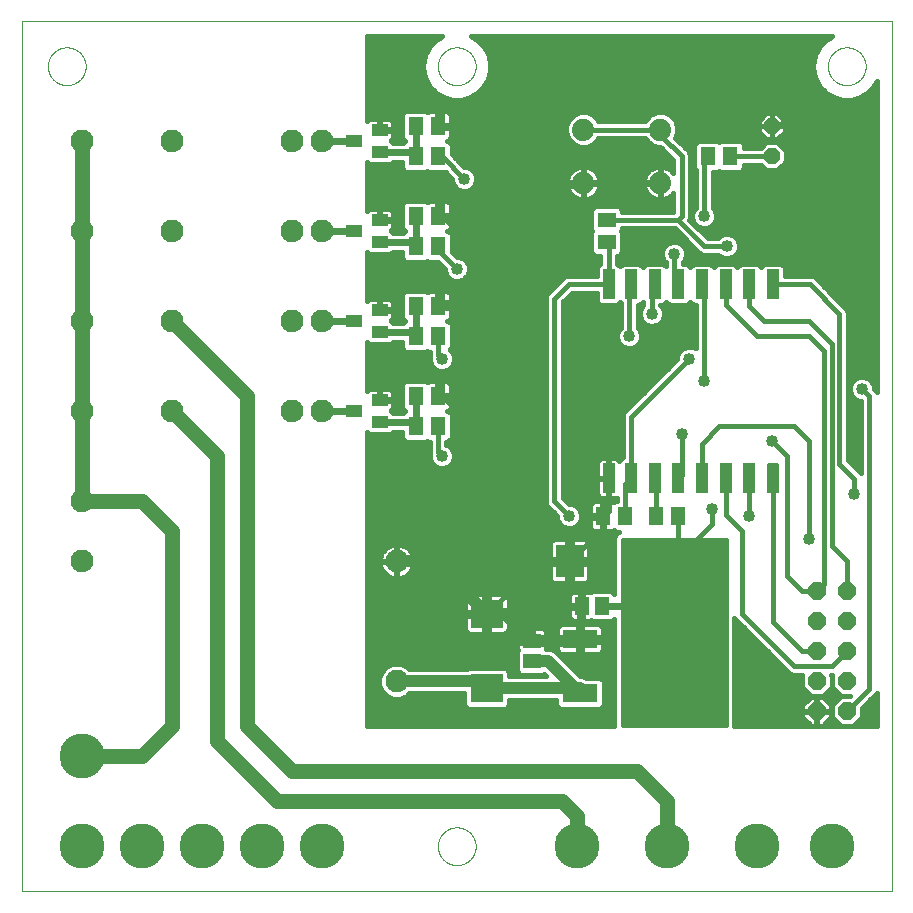
<source format=gtl>
G75*
%MOIN*%
%OFA0B0*%
%FSLAX25Y25*%
%IPPOS*%
%LPD*%
%AMOC8*
5,1,8,0,0,1.08239X$1,22.5*
%
%ADD10C,0.00000*%
%ADD11R,0.11024X0.09449*%
%ADD12R,0.09449X0.11024*%
%ADD13R,0.05906X0.05118*%
%ADD14R,0.05118X0.05906*%
%ADD15R,0.24409X0.22835*%
%ADD16R,0.11811X0.06299*%
%ADD17OC8,0.06000*%
%ADD18R,0.05512X0.03937*%
%ADD19R,0.05118X0.06299*%
%ADD20C,0.07400*%
%ADD21C,0.07600*%
%ADD22OC8,0.05200*%
%ADD23C,0.15000*%
%ADD24C,0.00669*%
%ADD25R,0.03937X0.09843*%
%ADD26R,0.06299X0.05118*%
%ADD27C,0.04000*%
%ADD28C,0.02400*%
%ADD29C,0.01600*%
%ADD30C,0.04000*%
%ADD31C,0.01000*%
%ADD32C,0.05000*%
D10*
X0001000Y0001000D02*
X0291000Y0001000D01*
X0291000Y0291000D01*
X0001000Y0291000D01*
X0001000Y0001000D01*
X0139701Y0016000D02*
X0139703Y0016158D01*
X0139709Y0016316D01*
X0139719Y0016474D01*
X0139733Y0016632D01*
X0139751Y0016789D01*
X0139772Y0016946D01*
X0139798Y0017102D01*
X0139828Y0017258D01*
X0139861Y0017413D01*
X0139899Y0017566D01*
X0139940Y0017719D01*
X0139985Y0017871D01*
X0140034Y0018022D01*
X0140087Y0018171D01*
X0140143Y0018319D01*
X0140203Y0018465D01*
X0140267Y0018610D01*
X0140335Y0018753D01*
X0140406Y0018895D01*
X0140480Y0019035D01*
X0140558Y0019172D01*
X0140640Y0019308D01*
X0140724Y0019442D01*
X0140813Y0019573D01*
X0140904Y0019702D01*
X0140999Y0019829D01*
X0141096Y0019954D01*
X0141197Y0020076D01*
X0141301Y0020195D01*
X0141408Y0020312D01*
X0141518Y0020426D01*
X0141631Y0020537D01*
X0141746Y0020646D01*
X0141864Y0020751D01*
X0141985Y0020853D01*
X0142108Y0020953D01*
X0142234Y0021049D01*
X0142362Y0021142D01*
X0142492Y0021232D01*
X0142625Y0021318D01*
X0142760Y0021402D01*
X0142896Y0021481D01*
X0143035Y0021558D01*
X0143176Y0021630D01*
X0143318Y0021700D01*
X0143462Y0021765D01*
X0143608Y0021827D01*
X0143755Y0021885D01*
X0143904Y0021940D01*
X0144054Y0021991D01*
X0144205Y0022038D01*
X0144357Y0022081D01*
X0144510Y0022120D01*
X0144665Y0022156D01*
X0144820Y0022187D01*
X0144976Y0022215D01*
X0145132Y0022239D01*
X0145289Y0022259D01*
X0145447Y0022275D01*
X0145604Y0022287D01*
X0145763Y0022295D01*
X0145921Y0022299D01*
X0146079Y0022299D01*
X0146237Y0022295D01*
X0146396Y0022287D01*
X0146553Y0022275D01*
X0146711Y0022259D01*
X0146868Y0022239D01*
X0147024Y0022215D01*
X0147180Y0022187D01*
X0147335Y0022156D01*
X0147490Y0022120D01*
X0147643Y0022081D01*
X0147795Y0022038D01*
X0147946Y0021991D01*
X0148096Y0021940D01*
X0148245Y0021885D01*
X0148392Y0021827D01*
X0148538Y0021765D01*
X0148682Y0021700D01*
X0148824Y0021630D01*
X0148965Y0021558D01*
X0149104Y0021481D01*
X0149240Y0021402D01*
X0149375Y0021318D01*
X0149508Y0021232D01*
X0149638Y0021142D01*
X0149766Y0021049D01*
X0149892Y0020953D01*
X0150015Y0020853D01*
X0150136Y0020751D01*
X0150254Y0020646D01*
X0150369Y0020537D01*
X0150482Y0020426D01*
X0150592Y0020312D01*
X0150699Y0020195D01*
X0150803Y0020076D01*
X0150904Y0019954D01*
X0151001Y0019829D01*
X0151096Y0019702D01*
X0151187Y0019573D01*
X0151276Y0019442D01*
X0151360Y0019308D01*
X0151442Y0019172D01*
X0151520Y0019035D01*
X0151594Y0018895D01*
X0151665Y0018753D01*
X0151733Y0018610D01*
X0151797Y0018465D01*
X0151857Y0018319D01*
X0151913Y0018171D01*
X0151966Y0018022D01*
X0152015Y0017871D01*
X0152060Y0017719D01*
X0152101Y0017566D01*
X0152139Y0017413D01*
X0152172Y0017258D01*
X0152202Y0017102D01*
X0152228Y0016946D01*
X0152249Y0016789D01*
X0152267Y0016632D01*
X0152281Y0016474D01*
X0152291Y0016316D01*
X0152297Y0016158D01*
X0152299Y0016000D01*
X0152297Y0015842D01*
X0152291Y0015684D01*
X0152281Y0015526D01*
X0152267Y0015368D01*
X0152249Y0015211D01*
X0152228Y0015054D01*
X0152202Y0014898D01*
X0152172Y0014742D01*
X0152139Y0014587D01*
X0152101Y0014434D01*
X0152060Y0014281D01*
X0152015Y0014129D01*
X0151966Y0013978D01*
X0151913Y0013829D01*
X0151857Y0013681D01*
X0151797Y0013535D01*
X0151733Y0013390D01*
X0151665Y0013247D01*
X0151594Y0013105D01*
X0151520Y0012965D01*
X0151442Y0012828D01*
X0151360Y0012692D01*
X0151276Y0012558D01*
X0151187Y0012427D01*
X0151096Y0012298D01*
X0151001Y0012171D01*
X0150904Y0012046D01*
X0150803Y0011924D01*
X0150699Y0011805D01*
X0150592Y0011688D01*
X0150482Y0011574D01*
X0150369Y0011463D01*
X0150254Y0011354D01*
X0150136Y0011249D01*
X0150015Y0011147D01*
X0149892Y0011047D01*
X0149766Y0010951D01*
X0149638Y0010858D01*
X0149508Y0010768D01*
X0149375Y0010682D01*
X0149240Y0010598D01*
X0149104Y0010519D01*
X0148965Y0010442D01*
X0148824Y0010370D01*
X0148682Y0010300D01*
X0148538Y0010235D01*
X0148392Y0010173D01*
X0148245Y0010115D01*
X0148096Y0010060D01*
X0147946Y0010009D01*
X0147795Y0009962D01*
X0147643Y0009919D01*
X0147490Y0009880D01*
X0147335Y0009844D01*
X0147180Y0009813D01*
X0147024Y0009785D01*
X0146868Y0009761D01*
X0146711Y0009741D01*
X0146553Y0009725D01*
X0146396Y0009713D01*
X0146237Y0009705D01*
X0146079Y0009701D01*
X0145921Y0009701D01*
X0145763Y0009705D01*
X0145604Y0009713D01*
X0145447Y0009725D01*
X0145289Y0009741D01*
X0145132Y0009761D01*
X0144976Y0009785D01*
X0144820Y0009813D01*
X0144665Y0009844D01*
X0144510Y0009880D01*
X0144357Y0009919D01*
X0144205Y0009962D01*
X0144054Y0010009D01*
X0143904Y0010060D01*
X0143755Y0010115D01*
X0143608Y0010173D01*
X0143462Y0010235D01*
X0143318Y0010300D01*
X0143176Y0010370D01*
X0143035Y0010442D01*
X0142896Y0010519D01*
X0142760Y0010598D01*
X0142625Y0010682D01*
X0142492Y0010768D01*
X0142362Y0010858D01*
X0142234Y0010951D01*
X0142108Y0011047D01*
X0141985Y0011147D01*
X0141864Y0011249D01*
X0141746Y0011354D01*
X0141631Y0011463D01*
X0141518Y0011574D01*
X0141408Y0011688D01*
X0141301Y0011805D01*
X0141197Y0011924D01*
X0141096Y0012046D01*
X0140999Y0012171D01*
X0140904Y0012298D01*
X0140813Y0012427D01*
X0140724Y0012558D01*
X0140640Y0012692D01*
X0140558Y0012828D01*
X0140480Y0012965D01*
X0140406Y0013105D01*
X0140335Y0013247D01*
X0140267Y0013390D01*
X0140203Y0013535D01*
X0140143Y0013681D01*
X0140087Y0013829D01*
X0140034Y0013978D01*
X0139985Y0014129D01*
X0139940Y0014281D01*
X0139899Y0014434D01*
X0139861Y0014587D01*
X0139828Y0014742D01*
X0139798Y0014898D01*
X0139772Y0015054D01*
X0139751Y0015211D01*
X0139733Y0015368D01*
X0139719Y0015526D01*
X0139709Y0015684D01*
X0139703Y0015842D01*
X0139701Y0016000D01*
X0139701Y0276000D02*
X0139703Y0276158D01*
X0139709Y0276316D01*
X0139719Y0276474D01*
X0139733Y0276632D01*
X0139751Y0276789D01*
X0139772Y0276946D01*
X0139798Y0277102D01*
X0139828Y0277258D01*
X0139861Y0277413D01*
X0139899Y0277566D01*
X0139940Y0277719D01*
X0139985Y0277871D01*
X0140034Y0278022D01*
X0140087Y0278171D01*
X0140143Y0278319D01*
X0140203Y0278465D01*
X0140267Y0278610D01*
X0140335Y0278753D01*
X0140406Y0278895D01*
X0140480Y0279035D01*
X0140558Y0279172D01*
X0140640Y0279308D01*
X0140724Y0279442D01*
X0140813Y0279573D01*
X0140904Y0279702D01*
X0140999Y0279829D01*
X0141096Y0279954D01*
X0141197Y0280076D01*
X0141301Y0280195D01*
X0141408Y0280312D01*
X0141518Y0280426D01*
X0141631Y0280537D01*
X0141746Y0280646D01*
X0141864Y0280751D01*
X0141985Y0280853D01*
X0142108Y0280953D01*
X0142234Y0281049D01*
X0142362Y0281142D01*
X0142492Y0281232D01*
X0142625Y0281318D01*
X0142760Y0281402D01*
X0142896Y0281481D01*
X0143035Y0281558D01*
X0143176Y0281630D01*
X0143318Y0281700D01*
X0143462Y0281765D01*
X0143608Y0281827D01*
X0143755Y0281885D01*
X0143904Y0281940D01*
X0144054Y0281991D01*
X0144205Y0282038D01*
X0144357Y0282081D01*
X0144510Y0282120D01*
X0144665Y0282156D01*
X0144820Y0282187D01*
X0144976Y0282215D01*
X0145132Y0282239D01*
X0145289Y0282259D01*
X0145447Y0282275D01*
X0145604Y0282287D01*
X0145763Y0282295D01*
X0145921Y0282299D01*
X0146079Y0282299D01*
X0146237Y0282295D01*
X0146396Y0282287D01*
X0146553Y0282275D01*
X0146711Y0282259D01*
X0146868Y0282239D01*
X0147024Y0282215D01*
X0147180Y0282187D01*
X0147335Y0282156D01*
X0147490Y0282120D01*
X0147643Y0282081D01*
X0147795Y0282038D01*
X0147946Y0281991D01*
X0148096Y0281940D01*
X0148245Y0281885D01*
X0148392Y0281827D01*
X0148538Y0281765D01*
X0148682Y0281700D01*
X0148824Y0281630D01*
X0148965Y0281558D01*
X0149104Y0281481D01*
X0149240Y0281402D01*
X0149375Y0281318D01*
X0149508Y0281232D01*
X0149638Y0281142D01*
X0149766Y0281049D01*
X0149892Y0280953D01*
X0150015Y0280853D01*
X0150136Y0280751D01*
X0150254Y0280646D01*
X0150369Y0280537D01*
X0150482Y0280426D01*
X0150592Y0280312D01*
X0150699Y0280195D01*
X0150803Y0280076D01*
X0150904Y0279954D01*
X0151001Y0279829D01*
X0151096Y0279702D01*
X0151187Y0279573D01*
X0151276Y0279442D01*
X0151360Y0279308D01*
X0151442Y0279172D01*
X0151520Y0279035D01*
X0151594Y0278895D01*
X0151665Y0278753D01*
X0151733Y0278610D01*
X0151797Y0278465D01*
X0151857Y0278319D01*
X0151913Y0278171D01*
X0151966Y0278022D01*
X0152015Y0277871D01*
X0152060Y0277719D01*
X0152101Y0277566D01*
X0152139Y0277413D01*
X0152172Y0277258D01*
X0152202Y0277102D01*
X0152228Y0276946D01*
X0152249Y0276789D01*
X0152267Y0276632D01*
X0152281Y0276474D01*
X0152291Y0276316D01*
X0152297Y0276158D01*
X0152299Y0276000D01*
X0152297Y0275842D01*
X0152291Y0275684D01*
X0152281Y0275526D01*
X0152267Y0275368D01*
X0152249Y0275211D01*
X0152228Y0275054D01*
X0152202Y0274898D01*
X0152172Y0274742D01*
X0152139Y0274587D01*
X0152101Y0274434D01*
X0152060Y0274281D01*
X0152015Y0274129D01*
X0151966Y0273978D01*
X0151913Y0273829D01*
X0151857Y0273681D01*
X0151797Y0273535D01*
X0151733Y0273390D01*
X0151665Y0273247D01*
X0151594Y0273105D01*
X0151520Y0272965D01*
X0151442Y0272828D01*
X0151360Y0272692D01*
X0151276Y0272558D01*
X0151187Y0272427D01*
X0151096Y0272298D01*
X0151001Y0272171D01*
X0150904Y0272046D01*
X0150803Y0271924D01*
X0150699Y0271805D01*
X0150592Y0271688D01*
X0150482Y0271574D01*
X0150369Y0271463D01*
X0150254Y0271354D01*
X0150136Y0271249D01*
X0150015Y0271147D01*
X0149892Y0271047D01*
X0149766Y0270951D01*
X0149638Y0270858D01*
X0149508Y0270768D01*
X0149375Y0270682D01*
X0149240Y0270598D01*
X0149104Y0270519D01*
X0148965Y0270442D01*
X0148824Y0270370D01*
X0148682Y0270300D01*
X0148538Y0270235D01*
X0148392Y0270173D01*
X0148245Y0270115D01*
X0148096Y0270060D01*
X0147946Y0270009D01*
X0147795Y0269962D01*
X0147643Y0269919D01*
X0147490Y0269880D01*
X0147335Y0269844D01*
X0147180Y0269813D01*
X0147024Y0269785D01*
X0146868Y0269761D01*
X0146711Y0269741D01*
X0146553Y0269725D01*
X0146396Y0269713D01*
X0146237Y0269705D01*
X0146079Y0269701D01*
X0145921Y0269701D01*
X0145763Y0269705D01*
X0145604Y0269713D01*
X0145447Y0269725D01*
X0145289Y0269741D01*
X0145132Y0269761D01*
X0144976Y0269785D01*
X0144820Y0269813D01*
X0144665Y0269844D01*
X0144510Y0269880D01*
X0144357Y0269919D01*
X0144205Y0269962D01*
X0144054Y0270009D01*
X0143904Y0270060D01*
X0143755Y0270115D01*
X0143608Y0270173D01*
X0143462Y0270235D01*
X0143318Y0270300D01*
X0143176Y0270370D01*
X0143035Y0270442D01*
X0142896Y0270519D01*
X0142760Y0270598D01*
X0142625Y0270682D01*
X0142492Y0270768D01*
X0142362Y0270858D01*
X0142234Y0270951D01*
X0142108Y0271047D01*
X0141985Y0271147D01*
X0141864Y0271249D01*
X0141746Y0271354D01*
X0141631Y0271463D01*
X0141518Y0271574D01*
X0141408Y0271688D01*
X0141301Y0271805D01*
X0141197Y0271924D01*
X0141096Y0272046D01*
X0140999Y0272171D01*
X0140904Y0272298D01*
X0140813Y0272427D01*
X0140724Y0272558D01*
X0140640Y0272692D01*
X0140558Y0272828D01*
X0140480Y0272965D01*
X0140406Y0273105D01*
X0140335Y0273247D01*
X0140267Y0273390D01*
X0140203Y0273535D01*
X0140143Y0273681D01*
X0140087Y0273829D01*
X0140034Y0273978D01*
X0139985Y0274129D01*
X0139940Y0274281D01*
X0139899Y0274434D01*
X0139861Y0274587D01*
X0139828Y0274742D01*
X0139798Y0274898D01*
X0139772Y0275054D01*
X0139751Y0275211D01*
X0139733Y0275368D01*
X0139719Y0275526D01*
X0139709Y0275684D01*
X0139703Y0275842D01*
X0139701Y0276000D01*
X0009701Y0276000D02*
X0009703Y0276158D01*
X0009709Y0276316D01*
X0009719Y0276474D01*
X0009733Y0276632D01*
X0009751Y0276789D01*
X0009772Y0276946D01*
X0009798Y0277102D01*
X0009828Y0277258D01*
X0009861Y0277413D01*
X0009899Y0277566D01*
X0009940Y0277719D01*
X0009985Y0277871D01*
X0010034Y0278022D01*
X0010087Y0278171D01*
X0010143Y0278319D01*
X0010203Y0278465D01*
X0010267Y0278610D01*
X0010335Y0278753D01*
X0010406Y0278895D01*
X0010480Y0279035D01*
X0010558Y0279172D01*
X0010640Y0279308D01*
X0010724Y0279442D01*
X0010813Y0279573D01*
X0010904Y0279702D01*
X0010999Y0279829D01*
X0011096Y0279954D01*
X0011197Y0280076D01*
X0011301Y0280195D01*
X0011408Y0280312D01*
X0011518Y0280426D01*
X0011631Y0280537D01*
X0011746Y0280646D01*
X0011864Y0280751D01*
X0011985Y0280853D01*
X0012108Y0280953D01*
X0012234Y0281049D01*
X0012362Y0281142D01*
X0012492Y0281232D01*
X0012625Y0281318D01*
X0012760Y0281402D01*
X0012896Y0281481D01*
X0013035Y0281558D01*
X0013176Y0281630D01*
X0013318Y0281700D01*
X0013462Y0281765D01*
X0013608Y0281827D01*
X0013755Y0281885D01*
X0013904Y0281940D01*
X0014054Y0281991D01*
X0014205Y0282038D01*
X0014357Y0282081D01*
X0014510Y0282120D01*
X0014665Y0282156D01*
X0014820Y0282187D01*
X0014976Y0282215D01*
X0015132Y0282239D01*
X0015289Y0282259D01*
X0015447Y0282275D01*
X0015604Y0282287D01*
X0015763Y0282295D01*
X0015921Y0282299D01*
X0016079Y0282299D01*
X0016237Y0282295D01*
X0016396Y0282287D01*
X0016553Y0282275D01*
X0016711Y0282259D01*
X0016868Y0282239D01*
X0017024Y0282215D01*
X0017180Y0282187D01*
X0017335Y0282156D01*
X0017490Y0282120D01*
X0017643Y0282081D01*
X0017795Y0282038D01*
X0017946Y0281991D01*
X0018096Y0281940D01*
X0018245Y0281885D01*
X0018392Y0281827D01*
X0018538Y0281765D01*
X0018682Y0281700D01*
X0018824Y0281630D01*
X0018965Y0281558D01*
X0019104Y0281481D01*
X0019240Y0281402D01*
X0019375Y0281318D01*
X0019508Y0281232D01*
X0019638Y0281142D01*
X0019766Y0281049D01*
X0019892Y0280953D01*
X0020015Y0280853D01*
X0020136Y0280751D01*
X0020254Y0280646D01*
X0020369Y0280537D01*
X0020482Y0280426D01*
X0020592Y0280312D01*
X0020699Y0280195D01*
X0020803Y0280076D01*
X0020904Y0279954D01*
X0021001Y0279829D01*
X0021096Y0279702D01*
X0021187Y0279573D01*
X0021276Y0279442D01*
X0021360Y0279308D01*
X0021442Y0279172D01*
X0021520Y0279035D01*
X0021594Y0278895D01*
X0021665Y0278753D01*
X0021733Y0278610D01*
X0021797Y0278465D01*
X0021857Y0278319D01*
X0021913Y0278171D01*
X0021966Y0278022D01*
X0022015Y0277871D01*
X0022060Y0277719D01*
X0022101Y0277566D01*
X0022139Y0277413D01*
X0022172Y0277258D01*
X0022202Y0277102D01*
X0022228Y0276946D01*
X0022249Y0276789D01*
X0022267Y0276632D01*
X0022281Y0276474D01*
X0022291Y0276316D01*
X0022297Y0276158D01*
X0022299Y0276000D01*
X0022297Y0275842D01*
X0022291Y0275684D01*
X0022281Y0275526D01*
X0022267Y0275368D01*
X0022249Y0275211D01*
X0022228Y0275054D01*
X0022202Y0274898D01*
X0022172Y0274742D01*
X0022139Y0274587D01*
X0022101Y0274434D01*
X0022060Y0274281D01*
X0022015Y0274129D01*
X0021966Y0273978D01*
X0021913Y0273829D01*
X0021857Y0273681D01*
X0021797Y0273535D01*
X0021733Y0273390D01*
X0021665Y0273247D01*
X0021594Y0273105D01*
X0021520Y0272965D01*
X0021442Y0272828D01*
X0021360Y0272692D01*
X0021276Y0272558D01*
X0021187Y0272427D01*
X0021096Y0272298D01*
X0021001Y0272171D01*
X0020904Y0272046D01*
X0020803Y0271924D01*
X0020699Y0271805D01*
X0020592Y0271688D01*
X0020482Y0271574D01*
X0020369Y0271463D01*
X0020254Y0271354D01*
X0020136Y0271249D01*
X0020015Y0271147D01*
X0019892Y0271047D01*
X0019766Y0270951D01*
X0019638Y0270858D01*
X0019508Y0270768D01*
X0019375Y0270682D01*
X0019240Y0270598D01*
X0019104Y0270519D01*
X0018965Y0270442D01*
X0018824Y0270370D01*
X0018682Y0270300D01*
X0018538Y0270235D01*
X0018392Y0270173D01*
X0018245Y0270115D01*
X0018096Y0270060D01*
X0017946Y0270009D01*
X0017795Y0269962D01*
X0017643Y0269919D01*
X0017490Y0269880D01*
X0017335Y0269844D01*
X0017180Y0269813D01*
X0017024Y0269785D01*
X0016868Y0269761D01*
X0016711Y0269741D01*
X0016553Y0269725D01*
X0016396Y0269713D01*
X0016237Y0269705D01*
X0016079Y0269701D01*
X0015921Y0269701D01*
X0015763Y0269705D01*
X0015604Y0269713D01*
X0015447Y0269725D01*
X0015289Y0269741D01*
X0015132Y0269761D01*
X0014976Y0269785D01*
X0014820Y0269813D01*
X0014665Y0269844D01*
X0014510Y0269880D01*
X0014357Y0269919D01*
X0014205Y0269962D01*
X0014054Y0270009D01*
X0013904Y0270060D01*
X0013755Y0270115D01*
X0013608Y0270173D01*
X0013462Y0270235D01*
X0013318Y0270300D01*
X0013176Y0270370D01*
X0013035Y0270442D01*
X0012896Y0270519D01*
X0012760Y0270598D01*
X0012625Y0270682D01*
X0012492Y0270768D01*
X0012362Y0270858D01*
X0012234Y0270951D01*
X0012108Y0271047D01*
X0011985Y0271147D01*
X0011864Y0271249D01*
X0011746Y0271354D01*
X0011631Y0271463D01*
X0011518Y0271574D01*
X0011408Y0271688D01*
X0011301Y0271805D01*
X0011197Y0271924D01*
X0011096Y0272046D01*
X0010999Y0272171D01*
X0010904Y0272298D01*
X0010813Y0272427D01*
X0010724Y0272558D01*
X0010640Y0272692D01*
X0010558Y0272828D01*
X0010480Y0272965D01*
X0010406Y0273105D01*
X0010335Y0273247D01*
X0010267Y0273390D01*
X0010203Y0273535D01*
X0010143Y0273681D01*
X0010087Y0273829D01*
X0010034Y0273978D01*
X0009985Y0274129D01*
X0009940Y0274281D01*
X0009899Y0274434D01*
X0009861Y0274587D01*
X0009828Y0274742D01*
X0009798Y0274898D01*
X0009772Y0275054D01*
X0009751Y0275211D01*
X0009733Y0275368D01*
X0009719Y0275526D01*
X0009709Y0275684D01*
X0009703Y0275842D01*
X0009701Y0276000D01*
X0269701Y0276000D02*
X0269703Y0276158D01*
X0269709Y0276316D01*
X0269719Y0276474D01*
X0269733Y0276632D01*
X0269751Y0276789D01*
X0269772Y0276946D01*
X0269798Y0277102D01*
X0269828Y0277258D01*
X0269861Y0277413D01*
X0269899Y0277566D01*
X0269940Y0277719D01*
X0269985Y0277871D01*
X0270034Y0278022D01*
X0270087Y0278171D01*
X0270143Y0278319D01*
X0270203Y0278465D01*
X0270267Y0278610D01*
X0270335Y0278753D01*
X0270406Y0278895D01*
X0270480Y0279035D01*
X0270558Y0279172D01*
X0270640Y0279308D01*
X0270724Y0279442D01*
X0270813Y0279573D01*
X0270904Y0279702D01*
X0270999Y0279829D01*
X0271096Y0279954D01*
X0271197Y0280076D01*
X0271301Y0280195D01*
X0271408Y0280312D01*
X0271518Y0280426D01*
X0271631Y0280537D01*
X0271746Y0280646D01*
X0271864Y0280751D01*
X0271985Y0280853D01*
X0272108Y0280953D01*
X0272234Y0281049D01*
X0272362Y0281142D01*
X0272492Y0281232D01*
X0272625Y0281318D01*
X0272760Y0281402D01*
X0272896Y0281481D01*
X0273035Y0281558D01*
X0273176Y0281630D01*
X0273318Y0281700D01*
X0273462Y0281765D01*
X0273608Y0281827D01*
X0273755Y0281885D01*
X0273904Y0281940D01*
X0274054Y0281991D01*
X0274205Y0282038D01*
X0274357Y0282081D01*
X0274510Y0282120D01*
X0274665Y0282156D01*
X0274820Y0282187D01*
X0274976Y0282215D01*
X0275132Y0282239D01*
X0275289Y0282259D01*
X0275447Y0282275D01*
X0275604Y0282287D01*
X0275763Y0282295D01*
X0275921Y0282299D01*
X0276079Y0282299D01*
X0276237Y0282295D01*
X0276396Y0282287D01*
X0276553Y0282275D01*
X0276711Y0282259D01*
X0276868Y0282239D01*
X0277024Y0282215D01*
X0277180Y0282187D01*
X0277335Y0282156D01*
X0277490Y0282120D01*
X0277643Y0282081D01*
X0277795Y0282038D01*
X0277946Y0281991D01*
X0278096Y0281940D01*
X0278245Y0281885D01*
X0278392Y0281827D01*
X0278538Y0281765D01*
X0278682Y0281700D01*
X0278824Y0281630D01*
X0278965Y0281558D01*
X0279104Y0281481D01*
X0279240Y0281402D01*
X0279375Y0281318D01*
X0279508Y0281232D01*
X0279638Y0281142D01*
X0279766Y0281049D01*
X0279892Y0280953D01*
X0280015Y0280853D01*
X0280136Y0280751D01*
X0280254Y0280646D01*
X0280369Y0280537D01*
X0280482Y0280426D01*
X0280592Y0280312D01*
X0280699Y0280195D01*
X0280803Y0280076D01*
X0280904Y0279954D01*
X0281001Y0279829D01*
X0281096Y0279702D01*
X0281187Y0279573D01*
X0281276Y0279442D01*
X0281360Y0279308D01*
X0281442Y0279172D01*
X0281520Y0279035D01*
X0281594Y0278895D01*
X0281665Y0278753D01*
X0281733Y0278610D01*
X0281797Y0278465D01*
X0281857Y0278319D01*
X0281913Y0278171D01*
X0281966Y0278022D01*
X0282015Y0277871D01*
X0282060Y0277719D01*
X0282101Y0277566D01*
X0282139Y0277413D01*
X0282172Y0277258D01*
X0282202Y0277102D01*
X0282228Y0276946D01*
X0282249Y0276789D01*
X0282267Y0276632D01*
X0282281Y0276474D01*
X0282291Y0276316D01*
X0282297Y0276158D01*
X0282299Y0276000D01*
X0282297Y0275842D01*
X0282291Y0275684D01*
X0282281Y0275526D01*
X0282267Y0275368D01*
X0282249Y0275211D01*
X0282228Y0275054D01*
X0282202Y0274898D01*
X0282172Y0274742D01*
X0282139Y0274587D01*
X0282101Y0274434D01*
X0282060Y0274281D01*
X0282015Y0274129D01*
X0281966Y0273978D01*
X0281913Y0273829D01*
X0281857Y0273681D01*
X0281797Y0273535D01*
X0281733Y0273390D01*
X0281665Y0273247D01*
X0281594Y0273105D01*
X0281520Y0272965D01*
X0281442Y0272828D01*
X0281360Y0272692D01*
X0281276Y0272558D01*
X0281187Y0272427D01*
X0281096Y0272298D01*
X0281001Y0272171D01*
X0280904Y0272046D01*
X0280803Y0271924D01*
X0280699Y0271805D01*
X0280592Y0271688D01*
X0280482Y0271574D01*
X0280369Y0271463D01*
X0280254Y0271354D01*
X0280136Y0271249D01*
X0280015Y0271147D01*
X0279892Y0271047D01*
X0279766Y0270951D01*
X0279638Y0270858D01*
X0279508Y0270768D01*
X0279375Y0270682D01*
X0279240Y0270598D01*
X0279104Y0270519D01*
X0278965Y0270442D01*
X0278824Y0270370D01*
X0278682Y0270300D01*
X0278538Y0270235D01*
X0278392Y0270173D01*
X0278245Y0270115D01*
X0278096Y0270060D01*
X0277946Y0270009D01*
X0277795Y0269962D01*
X0277643Y0269919D01*
X0277490Y0269880D01*
X0277335Y0269844D01*
X0277180Y0269813D01*
X0277024Y0269785D01*
X0276868Y0269761D01*
X0276711Y0269741D01*
X0276553Y0269725D01*
X0276396Y0269713D01*
X0276237Y0269705D01*
X0276079Y0269701D01*
X0275921Y0269701D01*
X0275763Y0269705D01*
X0275604Y0269713D01*
X0275447Y0269725D01*
X0275289Y0269741D01*
X0275132Y0269761D01*
X0274976Y0269785D01*
X0274820Y0269813D01*
X0274665Y0269844D01*
X0274510Y0269880D01*
X0274357Y0269919D01*
X0274205Y0269962D01*
X0274054Y0270009D01*
X0273904Y0270060D01*
X0273755Y0270115D01*
X0273608Y0270173D01*
X0273462Y0270235D01*
X0273318Y0270300D01*
X0273176Y0270370D01*
X0273035Y0270442D01*
X0272896Y0270519D01*
X0272760Y0270598D01*
X0272625Y0270682D01*
X0272492Y0270768D01*
X0272362Y0270858D01*
X0272234Y0270951D01*
X0272108Y0271047D01*
X0271985Y0271147D01*
X0271864Y0271249D01*
X0271746Y0271354D01*
X0271631Y0271463D01*
X0271518Y0271574D01*
X0271408Y0271688D01*
X0271301Y0271805D01*
X0271197Y0271924D01*
X0271096Y0272046D01*
X0270999Y0272171D01*
X0270904Y0272298D01*
X0270813Y0272427D01*
X0270724Y0272558D01*
X0270640Y0272692D01*
X0270558Y0272828D01*
X0270480Y0272965D01*
X0270406Y0273105D01*
X0270335Y0273247D01*
X0270267Y0273390D01*
X0270203Y0273535D01*
X0270143Y0273681D01*
X0270087Y0273829D01*
X0270034Y0273978D01*
X0269985Y0274129D01*
X0269940Y0274281D01*
X0269899Y0274434D01*
X0269861Y0274587D01*
X0269828Y0274742D01*
X0269798Y0274898D01*
X0269772Y0275054D01*
X0269751Y0275211D01*
X0269733Y0275368D01*
X0269719Y0275526D01*
X0269709Y0275684D01*
X0269703Y0275842D01*
X0269701Y0276000D01*
D11*
X0156000Y0093402D03*
X0156000Y0068598D03*
D12*
X0183598Y0111000D03*
X0208402Y0111000D03*
D13*
X0171000Y0084346D03*
X0171000Y0077654D03*
D14*
X0187654Y0096000D03*
X0194346Y0096000D03*
D15*
X0215370Y0076000D03*
D16*
X0187102Y0067024D03*
X0187102Y0084976D03*
D17*
X0266000Y0081000D03*
X0266000Y0071000D03*
X0276000Y0071000D03*
X0276000Y0081000D03*
X0276000Y0091000D03*
X0276000Y0101000D03*
X0266000Y0101000D03*
X0266000Y0091000D03*
X0266000Y0061000D03*
X0276000Y0061000D03*
D18*
X0120331Y0157260D03*
X0120331Y0164740D03*
X0111669Y0161000D03*
X0120331Y0187260D03*
X0120331Y0194740D03*
X0111669Y0191000D03*
X0120331Y0217260D03*
X0120331Y0224740D03*
X0111669Y0221000D03*
X0120331Y0247260D03*
X0120331Y0254740D03*
X0111669Y0251000D03*
D19*
X0132260Y0246000D03*
X0139740Y0246000D03*
X0139740Y0256000D03*
X0132260Y0256000D03*
X0132260Y0226000D03*
X0139740Y0226000D03*
X0139740Y0216000D03*
X0132260Y0216000D03*
X0132260Y0196000D03*
X0139740Y0196000D03*
X0139740Y0186000D03*
X0132260Y0186000D03*
X0132260Y0166000D03*
X0139740Y0166000D03*
X0139740Y0156000D03*
X0132260Y0156000D03*
X0194760Y0126000D03*
X0202240Y0126000D03*
X0212260Y0126000D03*
X0219740Y0126000D03*
X0229760Y0246000D03*
X0237240Y0246000D03*
D20*
X0213800Y0237100D03*
X0213800Y0254900D03*
X0188200Y0254900D03*
X0188200Y0237100D03*
D21*
X0101000Y0251000D03*
X0091000Y0251000D03*
X0091000Y0221000D03*
X0101000Y0221000D03*
X0101000Y0191000D03*
X0091000Y0191000D03*
X0091000Y0161000D03*
X0101000Y0161000D03*
X0051000Y0161000D03*
X0051000Y0191000D03*
X0051000Y0221000D03*
X0051000Y0251000D03*
X0021000Y0251000D03*
X0021000Y0221000D03*
X0021000Y0191000D03*
X0021000Y0161000D03*
X0021000Y0131000D03*
X0021000Y0111000D03*
X0126000Y0111000D03*
X0126000Y0071000D03*
D22*
X0251000Y0246000D03*
X0251000Y0256000D03*
D23*
X0021000Y0046000D03*
X0021000Y0016000D03*
X0041000Y0016000D03*
X0061000Y0016000D03*
X0081000Y0016000D03*
X0101000Y0016000D03*
X0186000Y0016000D03*
X0216000Y0016000D03*
X0246000Y0016000D03*
X0271000Y0016000D03*
D24*
X0249701Y0134130D02*
X0249701Y0143304D01*
X0252969Y0143304D01*
X0252969Y0134130D01*
X0249701Y0134130D01*
X0249701Y0134798D02*
X0252969Y0134798D01*
X0252969Y0135466D02*
X0249701Y0135466D01*
X0249701Y0136134D02*
X0252969Y0136134D01*
X0252969Y0136802D02*
X0249701Y0136802D01*
X0249701Y0137470D02*
X0252969Y0137470D01*
X0252969Y0138138D02*
X0249701Y0138138D01*
X0249701Y0138806D02*
X0252969Y0138806D01*
X0252969Y0139474D02*
X0249701Y0139474D01*
X0249701Y0140142D02*
X0252969Y0140142D01*
X0252969Y0140810D02*
X0249701Y0140810D01*
X0249701Y0141478D02*
X0252969Y0141478D01*
X0252969Y0142146D02*
X0249701Y0142146D01*
X0249701Y0142814D02*
X0252969Y0142814D01*
D25*
X0243461Y0138717D03*
X0235587Y0138717D03*
X0227713Y0138717D03*
X0219839Y0138717D03*
X0211965Y0138717D03*
X0204091Y0138717D03*
X0196591Y0138717D03*
X0196591Y0203283D03*
X0204091Y0203283D03*
X0211965Y0203283D03*
X0219839Y0203283D03*
X0227713Y0203283D03*
X0235587Y0203283D03*
X0243461Y0203283D03*
X0251335Y0203283D03*
D26*
X0196000Y0217260D03*
X0196000Y0224740D03*
D27*
X0138402Y0111000D02*
X0126000Y0111000D01*
X0138402Y0111000D02*
X0156000Y0093402D01*
X0161945Y0093402D01*
X0171000Y0084346D01*
X0186472Y0084346D01*
X0187102Y0084976D01*
X0176472Y0077654D02*
X0187102Y0067024D01*
X0187102Y0068598D01*
X0156000Y0068598D01*
X0156000Y0071000D01*
X0126000Y0071000D01*
X0171000Y0077654D02*
X0176472Y0077654D01*
D28*
X0187102Y0084976D02*
X0187102Y0095449D01*
X0187654Y0096000D01*
X0194346Y0096000D02*
X0206000Y0096000D01*
X0206000Y0085370D01*
X0215370Y0076000D01*
X0132260Y0156000D02*
X0132260Y0166000D01*
X0131000Y0157260D02*
X0132260Y0156000D01*
X0131000Y0157260D02*
X0120331Y0157260D01*
X0111669Y0161000D02*
X0101000Y0161000D01*
X0120331Y0187260D02*
X0131000Y0187260D01*
X0132260Y0186000D01*
X0132260Y0196000D01*
X0132260Y0216000D02*
X0132260Y0226000D01*
X0131000Y0217260D02*
X0132260Y0216000D01*
X0131000Y0217260D02*
X0120331Y0217260D01*
X0111669Y0221000D02*
X0101000Y0221000D01*
X0120331Y0247260D02*
X0131000Y0247260D01*
X0132260Y0246000D01*
X0132260Y0256000D01*
X0111669Y0251000D02*
X0101000Y0251000D01*
X0101000Y0191000D02*
X0111669Y0191000D01*
D29*
X0116000Y0197581D02*
X0116000Y0214038D01*
X0116746Y0213291D01*
X0123915Y0213291D01*
X0124684Y0214060D01*
X0127701Y0214060D01*
X0127701Y0212022D01*
X0128872Y0210850D01*
X0135647Y0210850D01*
X0136000Y0211203D01*
X0136353Y0210850D01*
X0139690Y0210850D01*
X0142000Y0208540D01*
X0142000Y0207704D01*
X0142609Y0206234D01*
X0143734Y0205109D01*
X0145204Y0204500D01*
X0146796Y0204500D01*
X0148266Y0205109D01*
X0149391Y0206234D01*
X0150000Y0207704D01*
X0150000Y0209296D01*
X0149391Y0210766D01*
X0148266Y0211891D01*
X0146796Y0212500D01*
X0145960Y0212500D01*
X0144299Y0214161D01*
X0144299Y0219978D01*
X0143128Y0221150D01*
X0142906Y0221150D01*
X0142994Y0221173D01*
X0143404Y0221410D01*
X0143740Y0221745D01*
X0143977Y0222156D01*
X0144099Y0222613D01*
X0144099Y0225520D01*
X0140220Y0225520D01*
X0140220Y0226480D01*
X0139261Y0226480D01*
X0139261Y0230950D01*
X0136944Y0230950D01*
X0136486Y0230827D01*
X0136159Y0230638D01*
X0135647Y0231150D01*
X0128872Y0231150D01*
X0127701Y0229978D01*
X0127701Y0222022D01*
X0128723Y0221000D01*
X0128183Y0220460D01*
X0124684Y0220460D01*
X0123951Y0221192D01*
X0124192Y0221331D01*
X0124527Y0221666D01*
X0124764Y0222077D01*
X0124887Y0222535D01*
X0124887Y0224556D01*
X0120515Y0224556D01*
X0120515Y0224924D01*
X0124887Y0224924D01*
X0124887Y0226946D01*
X0124764Y0227403D01*
X0124527Y0227814D01*
X0124192Y0228149D01*
X0123781Y0228386D01*
X0123324Y0228509D01*
X0120515Y0228509D01*
X0120515Y0224924D01*
X0120146Y0224924D01*
X0120146Y0228509D01*
X0117338Y0228509D01*
X0116880Y0228386D01*
X0116470Y0228149D01*
X0116134Y0227814D01*
X0116000Y0227581D01*
X0116000Y0244038D01*
X0116746Y0243291D01*
X0123915Y0243291D01*
X0124684Y0244060D01*
X0127701Y0244060D01*
X0127701Y0242022D01*
X0128872Y0240850D01*
X0135647Y0240850D01*
X0136000Y0241203D01*
X0136353Y0240850D01*
X0142190Y0240850D01*
X0144500Y0238540D01*
X0144500Y0237704D01*
X0145109Y0236234D01*
X0146234Y0235109D01*
X0147704Y0234500D01*
X0149296Y0234500D01*
X0150766Y0235109D01*
X0151891Y0236234D01*
X0152500Y0237704D01*
X0152500Y0239296D01*
X0151891Y0240766D01*
X0150766Y0241891D01*
X0149296Y0242500D01*
X0148460Y0242500D01*
X0144299Y0246661D01*
X0144299Y0249978D01*
X0143128Y0251150D01*
X0142906Y0251150D01*
X0142994Y0251173D01*
X0143404Y0251410D01*
X0143740Y0251745D01*
X0143977Y0252156D01*
X0144099Y0252613D01*
X0144099Y0255520D01*
X0140220Y0255520D01*
X0140220Y0256480D01*
X0139261Y0256480D01*
X0139261Y0260950D01*
X0136944Y0260950D01*
X0136486Y0260827D01*
X0136159Y0260638D01*
X0135647Y0261150D01*
X0128872Y0261150D01*
X0127701Y0259978D01*
X0127701Y0252022D01*
X0128723Y0251000D01*
X0128183Y0250460D01*
X0124684Y0250460D01*
X0123951Y0251192D01*
X0124192Y0251331D01*
X0124527Y0251666D01*
X0124764Y0252077D01*
X0124887Y0252535D01*
X0124887Y0254556D01*
X0120515Y0254556D01*
X0120515Y0254924D01*
X0124887Y0254924D01*
X0124887Y0256946D01*
X0124764Y0257403D01*
X0124527Y0257814D01*
X0124192Y0258149D01*
X0123781Y0258386D01*
X0123324Y0258509D01*
X0120515Y0258509D01*
X0120515Y0254924D01*
X0120146Y0254924D01*
X0120146Y0258509D01*
X0117338Y0258509D01*
X0116880Y0258386D01*
X0116470Y0258149D01*
X0116134Y0257814D01*
X0116000Y0257581D01*
X0116000Y0286000D01*
X0141122Y0286000D01*
X0139185Y0284882D01*
X0137118Y0282815D01*
X0135657Y0280284D01*
X0134901Y0277461D01*
X0134901Y0274539D01*
X0135657Y0271716D01*
X0137118Y0269185D01*
X0139185Y0267118D01*
X0141716Y0265657D01*
X0144539Y0264901D01*
X0147461Y0264901D01*
X0150284Y0265657D01*
X0152815Y0267118D01*
X0154882Y0269185D01*
X0156343Y0271716D01*
X0157099Y0274539D01*
X0157099Y0277461D01*
X0156343Y0280284D01*
X0154882Y0282815D01*
X0152815Y0284882D01*
X0150878Y0286000D01*
X0271122Y0286000D01*
X0269185Y0284882D01*
X0267118Y0282815D01*
X0265657Y0280284D01*
X0264901Y0277461D01*
X0264901Y0274539D01*
X0265657Y0271716D01*
X0267118Y0269185D01*
X0269185Y0267118D01*
X0271716Y0265657D01*
X0274539Y0264901D01*
X0277461Y0264901D01*
X0280284Y0265657D01*
X0282815Y0267118D01*
X0284882Y0269185D01*
X0286000Y0271122D01*
X0286000Y0167281D01*
X0285874Y0167586D01*
X0285000Y0168460D01*
X0285000Y0169296D01*
X0284391Y0170766D01*
X0283266Y0171891D01*
X0281796Y0172500D01*
X0280204Y0172500D01*
X0278734Y0171891D01*
X0277609Y0170766D01*
X0277000Y0169296D01*
X0277000Y0167704D01*
X0277609Y0166234D01*
X0278734Y0165109D01*
X0280204Y0164500D01*
X0280700Y0164500D01*
X0280700Y0140260D01*
X0276300Y0144660D01*
X0276300Y0194057D01*
X0275874Y0195086D01*
X0275086Y0195874D01*
X0265303Y0205657D01*
X0264273Y0206083D01*
X0255303Y0206083D01*
X0255303Y0209033D01*
X0254132Y0210205D01*
X0248538Y0210205D01*
X0247398Y0209065D01*
X0246258Y0210205D01*
X0240664Y0210205D01*
X0239524Y0209065D01*
X0238384Y0210205D01*
X0232790Y0210205D01*
X0231650Y0209065D01*
X0230510Y0210205D01*
X0224916Y0210205D01*
X0223776Y0209065D01*
X0222636Y0210205D01*
X0221300Y0210205D01*
X0221300Y0210643D01*
X0221891Y0211234D01*
X0222500Y0212704D01*
X0222500Y0214296D01*
X0221891Y0215766D01*
X0220766Y0216891D01*
X0219296Y0217500D01*
X0217704Y0217500D01*
X0216234Y0216891D01*
X0215109Y0215766D01*
X0214500Y0214296D01*
X0214500Y0212704D01*
X0215109Y0211234D01*
X0215700Y0210643D01*
X0215700Y0209266D01*
X0214761Y0210205D01*
X0209168Y0210205D01*
X0208028Y0209065D01*
X0206887Y0210205D01*
X0201294Y0210205D01*
X0200341Y0209252D01*
X0199391Y0210202D01*
X0199391Y0212701D01*
X0199978Y0212701D01*
X0201150Y0213872D01*
X0201150Y0220647D01*
X0200797Y0221000D01*
X0201150Y0221353D01*
X0201150Y0221940D01*
X0218600Y0221940D01*
X0226126Y0214414D01*
X0226914Y0213626D01*
X0227943Y0213200D01*
X0233143Y0213200D01*
X0233734Y0212609D01*
X0235204Y0212000D01*
X0236796Y0212000D01*
X0238266Y0212609D01*
X0239391Y0213734D01*
X0240000Y0215204D01*
X0240000Y0216796D01*
X0239391Y0218266D01*
X0238266Y0219391D01*
X0236796Y0220000D01*
X0235204Y0220000D01*
X0233734Y0219391D01*
X0233143Y0218800D01*
X0229660Y0218800D01*
X0223576Y0224883D01*
X0223800Y0225423D01*
X0223800Y0246557D01*
X0223374Y0247586D01*
X0222586Y0248374D01*
X0218824Y0252135D01*
X0219500Y0253766D01*
X0219500Y0256034D01*
X0218632Y0258129D01*
X0217029Y0259732D01*
X0214934Y0260600D01*
X0212666Y0260600D01*
X0210571Y0259732D01*
X0208968Y0258129D01*
X0208790Y0257700D01*
X0193210Y0257700D01*
X0193032Y0258129D01*
X0191429Y0259732D01*
X0189334Y0260600D01*
X0187066Y0260600D01*
X0184971Y0259732D01*
X0183368Y0258129D01*
X0182500Y0256034D01*
X0182500Y0253766D01*
X0183368Y0251671D01*
X0184971Y0250068D01*
X0187066Y0249200D01*
X0189334Y0249200D01*
X0191429Y0250068D01*
X0193032Y0251671D01*
X0193210Y0252100D01*
X0208790Y0252100D01*
X0208968Y0251671D01*
X0210571Y0250068D01*
X0212666Y0249200D01*
X0213840Y0249200D01*
X0218200Y0244840D01*
X0218200Y0240401D01*
X0217995Y0240683D01*
X0217383Y0241295D01*
X0216683Y0241804D01*
X0215911Y0242197D01*
X0215088Y0242465D01*
X0214233Y0242600D01*
X0214000Y0242600D01*
X0214000Y0237300D01*
X0213600Y0237300D01*
X0213600Y0242600D01*
X0213367Y0242600D01*
X0212512Y0242465D01*
X0211689Y0242197D01*
X0210917Y0241804D01*
X0210217Y0241295D01*
X0209605Y0240683D01*
X0209096Y0239983D01*
X0208703Y0239211D01*
X0208435Y0238388D01*
X0208300Y0237533D01*
X0208300Y0237300D01*
X0213600Y0237300D01*
X0213600Y0236900D01*
X0214000Y0236900D01*
X0214000Y0231600D01*
X0214233Y0231600D01*
X0215088Y0231735D01*
X0215911Y0232003D01*
X0216683Y0232396D01*
X0217383Y0232905D01*
X0217995Y0233517D01*
X0218200Y0233799D01*
X0218200Y0227540D01*
X0201150Y0227540D01*
X0201150Y0228128D01*
X0199978Y0229299D01*
X0192022Y0229299D01*
X0190850Y0228128D01*
X0190850Y0221353D01*
X0191203Y0221000D01*
X0190850Y0220647D01*
X0190850Y0213872D01*
X0192022Y0212701D01*
X0193791Y0212701D01*
X0193791Y0210202D01*
X0192622Y0209033D01*
X0192622Y0206083D01*
X0182727Y0206083D01*
X0181697Y0205657D01*
X0176914Y0200874D01*
X0176126Y0200086D01*
X0175700Y0199057D01*
X0175700Y0130443D01*
X0176126Y0129414D01*
X0179500Y0126040D01*
X0179500Y0125204D01*
X0180109Y0123734D01*
X0181234Y0122609D01*
X0182704Y0122000D01*
X0184296Y0122000D01*
X0185766Y0122609D01*
X0186891Y0123734D01*
X0187500Y0125204D01*
X0187500Y0126796D01*
X0186891Y0128266D01*
X0185766Y0129391D01*
X0184296Y0130000D01*
X0183460Y0130000D01*
X0181300Y0132160D01*
X0181300Y0197340D01*
X0184443Y0200483D01*
X0192622Y0200483D01*
X0192622Y0197534D01*
X0193794Y0196362D01*
X0199387Y0196362D01*
X0200341Y0197315D01*
X0200700Y0196956D01*
X0200700Y0188857D01*
X0200109Y0188266D01*
X0199500Y0186796D01*
X0199500Y0185204D01*
X0200109Y0183734D01*
X0201234Y0182609D01*
X0202704Y0182000D01*
X0204296Y0182000D01*
X0205766Y0182609D01*
X0206891Y0183734D01*
X0207500Y0185204D01*
X0207500Y0186796D01*
X0206891Y0188266D01*
X0206300Y0188857D01*
X0206300Y0196362D01*
X0206887Y0196362D01*
X0208028Y0197502D01*
X0208200Y0197330D01*
X0208200Y0196357D01*
X0207609Y0195766D01*
X0207000Y0194296D01*
X0207000Y0192704D01*
X0207609Y0191234D01*
X0208734Y0190109D01*
X0210204Y0189500D01*
X0211796Y0189500D01*
X0213266Y0190109D01*
X0214391Y0191234D01*
X0215000Y0192704D01*
X0215000Y0194296D01*
X0214391Y0195766D01*
X0213800Y0196357D01*
X0213800Y0196362D01*
X0214761Y0196362D01*
X0215902Y0197502D01*
X0217042Y0196362D01*
X0222636Y0196362D01*
X0223776Y0197502D01*
X0224916Y0196362D01*
X0225700Y0196362D01*
X0225700Y0181918D01*
X0224296Y0182500D01*
X0222704Y0182500D01*
X0221234Y0181891D01*
X0220109Y0180766D01*
X0219500Y0179296D01*
X0219500Y0178460D01*
X0201717Y0160677D01*
X0201291Y0159648D01*
X0201291Y0145635D01*
X0200146Y0144490D01*
X0199999Y0144743D01*
X0199664Y0145078D01*
X0199254Y0145315D01*
X0198796Y0145438D01*
X0196775Y0145438D01*
X0196775Y0138901D01*
X0196406Y0138901D01*
X0196406Y0138532D01*
X0196775Y0138532D01*
X0196775Y0131995D01*
X0198796Y0131995D01*
X0199254Y0132118D01*
X0199440Y0132226D01*
X0199440Y0131150D01*
X0198853Y0131150D01*
X0198341Y0130638D01*
X0198014Y0130827D01*
X0197556Y0130950D01*
X0195239Y0130950D01*
X0195239Y0126480D01*
X0194280Y0126480D01*
X0194280Y0130950D01*
X0191964Y0130950D01*
X0191506Y0130827D01*
X0191096Y0130590D01*
X0190760Y0130255D01*
X0190523Y0129844D01*
X0190401Y0129387D01*
X0190401Y0126480D01*
X0194280Y0126480D01*
X0194280Y0125520D01*
X0195239Y0125520D01*
X0195239Y0121050D01*
X0197556Y0121050D01*
X0198014Y0121173D01*
X0198341Y0121362D01*
X0198853Y0120850D01*
X0200142Y0120850D01*
X0199584Y0120619D01*
X0198881Y0119916D01*
X0198500Y0118997D01*
X0198500Y0100187D01*
X0197734Y0100953D01*
X0190959Y0100953D01*
X0190694Y0100687D01*
X0190450Y0100753D01*
X0188133Y0100753D01*
X0188133Y0096480D01*
X0187174Y0096480D01*
X0187174Y0100753D01*
X0184858Y0100753D01*
X0184400Y0100630D01*
X0183989Y0100393D01*
X0183654Y0100058D01*
X0183417Y0099648D01*
X0183294Y0099190D01*
X0183294Y0096480D01*
X0187174Y0096480D01*
X0187174Y0095520D01*
X0188133Y0095520D01*
X0188133Y0091247D01*
X0190450Y0091247D01*
X0190694Y0091313D01*
X0190959Y0091047D01*
X0197734Y0091047D01*
X0198500Y0091813D01*
X0198500Y0056000D01*
X0116000Y0056000D01*
X0116000Y0154038D01*
X0116746Y0153291D01*
X0123915Y0153291D01*
X0124684Y0154060D01*
X0127701Y0154060D01*
X0127701Y0152022D01*
X0128872Y0150850D01*
X0135647Y0150850D01*
X0136000Y0151203D01*
X0136353Y0150850D01*
X0136940Y0150850D01*
X0136940Y0146703D01*
X0137000Y0146558D01*
X0137000Y0145204D01*
X0137609Y0143734D01*
X0138734Y0142609D01*
X0140204Y0142000D01*
X0141796Y0142000D01*
X0143266Y0142609D01*
X0144391Y0143734D01*
X0145000Y0145204D01*
X0145000Y0146796D01*
X0144391Y0148266D01*
X0143266Y0149391D01*
X0142540Y0149692D01*
X0142540Y0150850D01*
X0143128Y0150850D01*
X0144299Y0152022D01*
X0144299Y0159978D01*
X0143128Y0161150D01*
X0142906Y0161150D01*
X0142994Y0161173D01*
X0143404Y0161410D01*
X0143740Y0161745D01*
X0143977Y0162156D01*
X0144099Y0162613D01*
X0144099Y0165520D01*
X0140220Y0165520D01*
X0140220Y0166480D01*
X0139261Y0166480D01*
X0139261Y0170950D01*
X0136944Y0170950D01*
X0136486Y0170827D01*
X0136159Y0170638D01*
X0135647Y0171150D01*
X0128872Y0171150D01*
X0127701Y0169978D01*
X0127701Y0162022D01*
X0128723Y0161000D01*
X0128183Y0160460D01*
X0124684Y0160460D01*
X0123951Y0161192D01*
X0124192Y0161331D01*
X0124527Y0161666D01*
X0124764Y0162077D01*
X0124887Y0162535D01*
X0124887Y0164556D01*
X0120515Y0164556D01*
X0120515Y0164924D01*
X0124887Y0164924D01*
X0124887Y0166946D01*
X0124764Y0167403D01*
X0124527Y0167814D01*
X0124192Y0168149D01*
X0123781Y0168386D01*
X0123324Y0168509D01*
X0120515Y0168509D01*
X0120515Y0164924D01*
X0120146Y0164924D01*
X0120146Y0168509D01*
X0117338Y0168509D01*
X0116880Y0168386D01*
X0116470Y0168149D01*
X0116134Y0167814D01*
X0116000Y0167581D01*
X0116000Y0184038D01*
X0116746Y0183291D01*
X0123915Y0183291D01*
X0124684Y0184060D01*
X0127701Y0184060D01*
X0127701Y0182022D01*
X0128872Y0180850D01*
X0135647Y0180850D01*
X0136000Y0181203D01*
X0136353Y0180850D01*
X0136940Y0180850D01*
X0136940Y0179203D01*
X0137000Y0179058D01*
X0137000Y0177704D01*
X0137609Y0176234D01*
X0138734Y0175109D01*
X0140204Y0174500D01*
X0141796Y0174500D01*
X0143266Y0175109D01*
X0144391Y0176234D01*
X0145000Y0177704D01*
X0145000Y0179296D01*
X0144391Y0180766D01*
X0143717Y0181440D01*
X0144299Y0182022D01*
X0144299Y0189978D01*
X0143128Y0191150D01*
X0142906Y0191150D01*
X0142994Y0191173D01*
X0143404Y0191410D01*
X0143740Y0191745D01*
X0143977Y0192156D01*
X0144099Y0192613D01*
X0144099Y0195520D01*
X0140220Y0195520D01*
X0140220Y0196480D01*
X0139261Y0196480D01*
X0139261Y0200950D01*
X0136944Y0200950D01*
X0136486Y0200827D01*
X0136159Y0200638D01*
X0135647Y0201150D01*
X0128872Y0201150D01*
X0127701Y0199978D01*
X0127701Y0192022D01*
X0128723Y0191000D01*
X0128183Y0190460D01*
X0124684Y0190460D01*
X0123951Y0191192D01*
X0124192Y0191331D01*
X0124527Y0191666D01*
X0124764Y0192077D01*
X0124887Y0192535D01*
X0124887Y0194556D01*
X0120515Y0194556D01*
X0120515Y0194924D01*
X0124887Y0194924D01*
X0124887Y0196946D01*
X0124764Y0197403D01*
X0124527Y0197814D01*
X0124192Y0198149D01*
X0123781Y0198386D01*
X0123324Y0198509D01*
X0120515Y0198509D01*
X0120515Y0194924D01*
X0120146Y0194924D01*
X0120146Y0198509D01*
X0117338Y0198509D01*
X0116880Y0198386D01*
X0116470Y0198149D01*
X0116134Y0197814D01*
X0116000Y0197581D01*
X0116000Y0197617D02*
X0116021Y0197617D01*
X0116000Y0199215D02*
X0127701Y0199215D01*
X0127701Y0197617D02*
X0124641Y0197617D01*
X0124887Y0196018D02*
X0127701Y0196018D01*
X0127701Y0194420D02*
X0124887Y0194420D01*
X0124887Y0192821D02*
X0127701Y0192821D01*
X0128500Y0191223D02*
X0124004Y0191223D01*
X0120331Y0194740D02*
X0120331Y0200331D01*
X0126000Y0206000D01*
X0136000Y0206000D01*
X0141000Y0201000D01*
X0141000Y0197260D01*
X0146000Y0197260D01*
X0146000Y0176000D01*
X0139740Y0169740D01*
X0139740Y0166000D01*
X0141000Y0166000D01*
X0146000Y0161000D01*
X0146000Y0141000D01*
X0156000Y0131000D01*
X0156000Y0126000D01*
X0148500Y0118500D01*
X0131190Y0113150D02*
X0131462Y0112311D01*
X0131600Y0111441D01*
X0131600Y0111200D01*
X0126200Y0111200D01*
X0126200Y0110800D01*
X0131600Y0110800D01*
X0131600Y0110559D01*
X0131462Y0109689D01*
X0131190Y0108850D01*
X0130790Y0108065D01*
X0130271Y0107352D01*
X0129648Y0106729D01*
X0128935Y0106210D01*
X0128150Y0105810D01*
X0127311Y0105538D01*
X0126441Y0105400D01*
X0126200Y0105400D01*
X0126200Y0110800D01*
X0125800Y0110800D01*
X0125800Y0105400D01*
X0125559Y0105400D01*
X0124689Y0105538D01*
X0123850Y0105810D01*
X0123065Y0106210D01*
X0122352Y0106729D01*
X0121729Y0107352D01*
X0121210Y0108065D01*
X0120810Y0108850D01*
X0120538Y0109689D01*
X0120400Y0110559D01*
X0120400Y0110800D01*
X0125800Y0110800D01*
X0125800Y0111200D01*
X0125800Y0116600D01*
X0125559Y0116600D01*
X0124689Y0116462D01*
X0123850Y0116190D01*
X0123065Y0115790D01*
X0122352Y0115271D01*
X0121729Y0114648D01*
X0121210Y0113935D01*
X0120810Y0113150D01*
X0120538Y0112311D01*
X0120400Y0111441D01*
X0120400Y0111200D01*
X0125800Y0111200D01*
X0126200Y0111200D01*
X0126200Y0116600D01*
X0126441Y0116600D01*
X0127311Y0116462D01*
X0128150Y0116190D01*
X0128935Y0115790D01*
X0129648Y0115271D01*
X0130271Y0114648D01*
X0130790Y0113935D01*
X0131190Y0113150D01*
X0131272Y0112896D02*
X0177074Y0112896D01*
X0177074Y0111800D02*
X0182798Y0111800D01*
X0182798Y0110200D01*
X0177074Y0110200D01*
X0177074Y0105251D01*
X0177197Y0104793D01*
X0177434Y0104383D01*
X0177769Y0104048D01*
X0178179Y0103811D01*
X0178637Y0103688D01*
X0182798Y0103688D01*
X0182798Y0110200D01*
X0184398Y0110200D01*
X0184398Y0103688D01*
X0188560Y0103688D01*
X0189018Y0103811D01*
X0189428Y0104048D01*
X0189763Y0104383D01*
X0190000Y0104793D01*
X0190123Y0105251D01*
X0190123Y0110200D01*
X0184398Y0110200D01*
X0184398Y0111800D01*
X0182798Y0111800D01*
X0182798Y0118312D01*
X0178637Y0118312D01*
X0178179Y0118189D01*
X0177769Y0117952D01*
X0177434Y0117617D01*
X0177197Y0117207D01*
X0177074Y0116749D01*
X0177074Y0111800D01*
X0176098Y0111098D02*
X0171000Y0106000D01*
X0168598Y0106000D01*
X0156000Y0093402D01*
X0156800Y0093714D02*
X0183294Y0093714D01*
X0183294Y0092810D02*
X0183294Y0095520D01*
X0187174Y0095520D01*
X0187174Y0091247D01*
X0184858Y0091247D01*
X0184400Y0091370D01*
X0183989Y0091607D01*
X0183654Y0091942D01*
X0183417Y0092352D01*
X0183294Y0092810D01*
X0183554Y0092115D02*
X0163312Y0092115D01*
X0163312Y0092602D02*
X0163312Y0088440D01*
X0163189Y0087982D01*
X0162952Y0087572D01*
X0162617Y0087237D01*
X0162207Y0087000D01*
X0161749Y0086877D01*
X0156800Y0086877D01*
X0156800Y0092602D01*
X0156800Y0094202D01*
X0155200Y0094202D01*
X0155200Y0099926D01*
X0150251Y0099926D01*
X0149793Y0099803D01*
X0149383Y0099566D01*
X0149048Y0099231D01*
X0148811Y0098821D01*
X0148688Y0098363D01*
X0148688Y0094202D01*
X0155200Y0094202D01*
X0155200Y0092602D01*
X0148688Y0092602D01*
X0148688Y0088440D01*
X0148811Y0087982D01*
X0149048Y0087572D01*
X0149383Y0087237D01*
X0149793Y0087000D01*
X0150251Y0086877D01*
X0155200Y0086877D01*
X0155200Y0092602D01*
X0156800Y0092602D01*
X0163312Y0092602D01*
X0163312Y0094202D02*
X0163312Y0098363D01*
X0163189Y0098821D01*
X0162952Y0099231D01*
X0162617Y0099566D01*
X0162207Y0099803D01*
X0161749Y0099926D01*
X0156800Y0099926D01*
X0156800Y0094202D01*
X0163312Y0094202D01*
X0163312Y0095312D02*
X0183294Y0095312D01*
X0183294Y0096911D02*
X0163312Y0096911D01*
X0163273Y0098509D02*
X0183294Y0098509D01*
X0183704Y0100108D02*
X0116000Y0100108D01*
X0116000Y0101706D02*
X0198500Y0101706D01*
X0198500Y0103305D02*
X0116000Y0103305D01*
X0116000Y0104903D02*
X0177167Y0104903D01*
X0177074Y0106502D02*
X0129336Y0106502D01*
X0130808Y0108100D02*
X0177074Y0108100D01*
X0177074Y0109699D02*
X0131464Y0109699D01*
X0131600Y0111297D02*
X0182798Y0111297D01*
X0183500Y0111098D02*
X0176098Y0111098D01*
X0177074Y0114494D02*
X0130383Y0114494D01*
X0128340Y0116093D02*
X0177074Y0116093D01*
X0177508Y0117691D02*
X0116000Y0117691D01*
X0116000Y0116093D02*
X0123660Y0116093D01*
X0125800Y0116093D02*
X0126200Y0116093D01*
X0126200Y0114494D02*
X0125800Y0114494D01*
X0125800Y0112896D02*
X0126200Y0112896D01*
X0126200Y0111297D02*
X0125800Y0111297D01*
X0125800Y0109699D02*
X0126200Y0109699D01*
X0126200Y0108100D02*
X0125800Y0108100D01*
X0125800Y0106502D02*
X0126200Y0106502D01*
X0122664Y0106502D02*
X0116000Y0106502D01*
X0116000Y0108100D02*
X0121192Y0108100D01*
X0120536Y0109699D02*
X0116000Y0109699D01*
X0116000Y0111297D02*
X0120400Y0111297D01*
X0120728Y0112896D02*
X0116000Y0112896D01*
X0116000Y0114494D02*
X0121617Y0114494D01*
X0116000Y0119290D02*
X0198621Y0119290D01*
X0198500Y0117691D02*
X0189689Y0117691D01*
X0189763Y0117617D02*
X0189428Y0117952D01*
X0189018Y0118189D01*
X0188560Y0118312D01*
X0184398Y0118312D01*
X0184398Y0111800D01*
X0190123Y0111800D01*
X0190123Y0116749D01*
X0190000Y0117207D01*
X0189763Y0117617D01*
X0190123Y0116093D02*
X0198500Y0116093D01*
X0198500Y0114494D02*
X0190123Y0114494D01*
X0190123Y0112896D02*
X0198500Y0112896D01*
X0198500Y0111297D02*
X0184398Y0111297D01*
X0183598Y0111000D02*
X0194760Y0122161D01*
X0194760Y0126000D01*
X0196591Y0127831D01*
X0196591Y0138717D01*
X0196406Y0138901D02*
X0192822Y0138901D01*
X0192822Y0143875D01*
X0192945Y0144333D01*
X0193182Y0144743D01*
X0193517Y0145078D01*
X0193927Y0145315D01*
X0194385Y0145438D01*
X0196406Y0145438D01*
X0196406Y0138901D01*
X0196406Y0138532D02*
X0192822Y0138532D01*
X0192822Y0133558D01*
X0192945Y0133100D01*
X0193182Y0132690D01*
X0193517Y0132355D01*
X0193927Y0132118D01*
X0194385Y0131995D01*
X0196406Y0131995D01*
X0196406Y0138532D01*
X0196406Y0138472D02*
X0196775Y0138472D01*
X0196775Y0140070D02*
X0196406Y0140070D01*
X0196406Y0141669D02*
X0196775Y0141669D01*
X0196775Y0143268D02*
X0196406Y0143268D01*
X0196406Y0144866D02*
X0196775Y0144866D01*
X0199876Y0144866D02*
X0200522Y0144866D01*
X0201291Y0146465D02*
X0181300Y0146465D01*
X0181300Y0148063D02*
X0201291Y0148063D01*
X0201291Y0149662D02*
X0181300Y0149662D01*
X0181300Y0151260D02*
X0201291Y0151260D01*
X0201291Y0152859D02*
X0181300Y0152859D01*
X0181300Y0154457D02*
X0201291Y0154457D01*
X0201291Y0156056D02*
X0181300Y0156056D01*
X0181300Y0157654D02*
X0201291Y0157654D01*
X0201291Y0159253D02*
X0181300Y0159253D01*
X0181300Y0160851D02*
X0201891Y0160851D01*
X0203490Y0162450D02*
X0181300Y0162450D01*
X0181300Y0164048D02*
X0205088Y0164048D01*
X0206687Y0165647D02*
X0181300Y0165647D01*
X0181300Y0167245D02*
X0208285Y0167245D01*
X0209884Y0168844D02*
X0181300Y0168844D01*
X0181300Y0170442D02*
X0211482Y0170442D01*
X0213081Y0172041D02*
X0181300Y0172041D01*
X0181300Y0173639D02*
X0214679Y0173639D01*
X0216278Y0175238D02*
X0181300Y0175238D01*
X0181300Y0176836D02*
X0217876Y0176836D01*
X0219475Y0178435D02*
X0181300Y0178435D01*
X0181300Y0180033D02*
X0219806Y0180033D01*
X0220975Y0181632D02*
X0181300Y0181632D01*
X0181300Y0183230D02*
X0200613Y0183230D01*
X0199656Y0184829D02*
X0181300Y0184829D01*
X0181300Y0186427D02*
X0199500Y0186427D01*
X0200010Y0188026D02*
X0181300Y0188026D01*
X0181300Y0189624D02*
X0200700Y0189624D01*
X0200700Y0191223D02*
X0181300Y0191223D01*
X0181300Y0192821D02*
X0200700Y0192821D01*
X0200700Y0194420D02*
X0181300Y0194420D01*
X0181300Y0196018D02*
X0200700Y0196018D01*
X0206300Y0196018D02*
X0207862Y0196018D01*
X0207051Y0194420D02*
X0206300Y0194420D01*
X0206300Y0192821D02*
X0207000Y0192821D01*
X0207620Y0191223D02*
X0206300Y0191223D01*
X0206300Y0189624D02*
X0209904Y0189624D01*
X0212096Y0189624D02*
X0225700Y0189624D01*
X0225700Y0188026D02*
X0206990Y0188026D01*
X0207500Y0186427D02*
X0225700Y0186427D01*
X0225700Y0184829D02*
X0207344Y0184829D01*
X0206387Y0183230D02*
X0225700Y0183230D01*
X0223500Y0178500D02*
X0204091Y0159091D01*
X0204091Y0138717D01*
X0202240Y0136866D01*
X0202240Y0126000D01*
X0198815Y0120888D02*
X0116000Y0120888D01*
X0116000Y0122487D02*
X0181529Y0122487D01*
X0179963Y0124085D02*
X0116000Y0124085D01*
X0116000Y0125684D02*
X0179500Y0125684D01*
X0178258Y0127282D02*
X0116000Y0127282D01*
X0116000Y0128881D02*
X0176659Y0128881D01*
X0175700Y0130479D02*
X0116000Y0130479D01*
X0116000Y0132078D02*
X0175700Y0132078D01*
X0175700Y0133676D02*
X0116000Y0133676D01*
X0116000Y0135275D02*
X0175700Y0135275D01*
X0175700Y0136873D02*
X0116000Y0136873D01*
X0116000Y0138472D02*
X0175700Y0138472D01*
X0175700Y0140070D02*
X0116000Y0140070D01*
X0116000Y0141669D02*
X0175700Y0141669D01*
X0175700Y0143268D02*
X0143924Y0143268D01*
X0144860Y0144866D02*
X0175700Y0144866D01*
X0175700Y0146465D02*
X0145000Y0146465D01*
X0144475Y0148063D02*
X0175700Y0148063D01*
X0175700Y0149662D02*
X0142613Y0149662D01*
X0143537Y0151260D02*
X0175700Y0151260D01*
X0175700Y0152859D02*
X0144299Y0152859D01*
X0144299Y0154457D02*
X0175700Y0154457D01*
X0175700Y0156056D02*
X0144299Y0156056D01*
X0144299Y0157654D02*
X0175700Y0157654D01*
X0175700Y0159253D02*
X0144299Y0159253D01*
X0143426Y0160851D02*
X0175700Y0160851D01*
X0175700Y0162450D02*
X0144055Y0162450D01*
X0144099Y0164048D02*
X0175700Y0164048D01*
X0175700Y0165647D02*
X0140220Y0165647D01*
X0139740Y0166000D02*
X0141000Y0167260D01*
X0141000Y0171000D01*
X0136000Y0176000D01*
X0126000Y0176000D01*
X0120331Y0170331D01*
X0120331Y0164740D01*
X0120146Y0165647D02*
X0120515Y0165647D01*
X0120515Y0167245D02*
X0120146Y0167245D01*
X0124806Y0167245D02*
X0127701Y0167245D01*
X0127701Y0165647D02*
X0124887Y0165647D01*
X0124887Y0164048D02*
X0127701Y0164048D01*
X0127701Y0162450D02*
X0124864Y0162450D01*
X0124292Y0160851D02*
X0128574Y0160851D01*
X0127701Y0168844D02*
X0116000Y0168844D01*
X0116000Y0170442D02*
X0128165Y0170442D01*
X0137000Y0178435D02*
X0116000Y0178435D01*
X0116000Y0180033D02*
X0136940Y0180033D01*
X0139740Y0179760D02*
X0141000Y0178500D01*
X0139740Y0179760D02*
X0139740Y0186000D01*
X0144299Y0186427D02*
X0175700Y0186427D01*
X0175700Y0184829D02*
X0144299Y0184829D01*
X0144299Y0183230D02*
X0175700Y0183230D01*
X0175700Y0181632D02*
X0143909Y0181632D01*
X0144694Y0180033D02*
X0175700Y0180033D01*
X0175700Y0178435D02*
X0145000Y0178435D01*
X0144640Y0176836D02*
X0175700Y0176836D01*
X0175700Y0175238D02*
X0143395Y0175238D01*
X0142536Y0170950D02*
X0140220Y0170950D01*
X0140220Y0166480D01*
X0144099Y0166480D01*
X0144099Y0169387D01*
X0143977Y0169844D01*
X0143740Y0170255D01*
X0143404Y0170590D01*
X0142994Y0170827D01*
X0142536Y0170950D01*
X0143552Y0170442D02*
X0175700Y0170442D01*
X0175700Y0168844D02*
X0144099Y0168844D01*
X0144099Y0167245D02*
X0175700Y0167245D01*
X0175700Y0172041D02*
X0116000Y0172041D01*
X0116000Y0173639D02*
X0175700Y0173639D01*
X0175700Y0188026D02*
X0144299Y0188026D01*
X0144299Y0189624D02*
X0175700Y0189624D01*
X0175700Y0191223D02*
X0143080Y0191223D01*
X0144099Y0192821D02*
X0175700Y0192821D01*
X0175700Y0194420D02*
X0144099Y0194420D01*
X0144099Y0196480D02*
X0140220Y0196480D01*
X0140220Y0200950D01*
X0142536Y0200950D01*
X0142994Y0200827D01*
X0143404Y0200590D01*
X0143740Y0200255D01*
X0143977Y0199844D01*
X0144099Y0199387D01*
X0144099Y0196480D01*
X0144099Y0197617D02*
X0175700Y0197617D01*
X0175700Y0196018D02*
X0140220Y0196018D01*
X0139740Y0196000D02*
X0141000Y0197260D01*
X0140220Y0197617D02*
X0139261Y0197617D01*
X0139261Y0199215D02*
X0140220Y0199215D01*
X0140220Y0200814D02*
X0139261Y0200814D01*
X0136464Y0200814D02*
X0135983Y0200814D01*
X0143017Y0200814D02*
X0176854Y0200814D01*
X0175766Y0199215D02*
X0144099Y0199215D01*
X0146000Y0197260D02*
X0147260Y0197260D01*
X0151000Y0201000D01*
X0151000Y0216000D01*
X0141000Y0226000D01*
X0139740Y0226000D01*
X0141000Y0227260D01*
X0141000Y0231000D01*
X0136000Y0236000D01*
X0126000Y0236000D01*
X0120331Y0230331D01*
X0120331Y0224740D01*
X0120515Y0224792D02*
X0127701Y0224792D01*
X0127701Y0226390D02*
X0124887Y0226390D01*
X0124352Y0227989D02*
X0127701Y0227989D01*
X0127701Y0229587D02*
X0116000Y0229587D01*
X0116000Y0227989D02*
X0116309Y0227989D01*
X0116000Y0231186D02*
X0218200Y0231186D01*
X0218200Y0232784D02*
X0217217Y0232784D01*
X0214000Y0232784D02*
X0213600Y0232784D01*
X0213600Y0231600D02*
X0213600Y0236900D01*
X0208300Y0236900D01*
X0208300Y0236667D01*
X0208435Y0235812D01*
X0208703Y0234989D01*
X0209096Y0234217D01*
X0209605Y0233517D01*
X0210217Y0232905D01*
X0210917Y0232396D01*
X0211689Y0232003D01*
X0212512Y0231735D01*
X0213367Y0231600D01*
X0213600Y0231600D01*
X0213600Y0234383D02*
X0214000Y0234383D01*
X0214000Y0235981D02*
X0213600Y0235981D01*
X0213800Y0237100D02*
X0188200Y0237100D01*
X0187100Y0236000D01*
X0181000Y0236000D01*
X0161000Y0256000D01*
X0139740Y0256000D01*
X0141000Y0257260D01*
X0141000Y0261000D01*
X0136000Y0266000D01*
X0126000Y0266000D01*
X0120331Y0260331D01*
X0120331Y0254740D01*
X0120146Y0255163D02*
X0120515Y0255163D01*
X0120515Y0256762D02*
X0120146Y0256762D01*
X0120146Y0258360D02*
X0120515Y0258360D01*
X0123826Y0258360D02*
X0127701Y0258360D01*
X0127701Y0256762D02*
X0124887Y0256762D01*
X0124887Y0255163D02*
X0127701Y0255163D01*
X0127701Y0253565D02*
X0124887Y0253565D01*
X0124700Y0251966D02*
X0127756Y0251966D01*
X0127701Y0243974D02*
X0124597Y0243974D01*
X0127701Y0242375D02*
X0116000Y0242375D01*
X0116000Y0240777D02*
X0142263Y0240777D01*
X0143862Y0239178D02*
X0116000Y0239178D01*
X0116000Y0237580D02*
X0144552Y0237580D01*
X0145362Y0235981D02*
X0116000Y0235981D01*
X0116000Y0234383D02*
X0183412Y0234383D01*
X0183496Y0234217D02*
X0184005Y0233517D01*
X0184617Y0232905D01*
X0185317Y0232396D01*
X0186089Y0232003D01*
X0186912Y0231735D01*
X0187767Y0231600D01*
X0188000Y0231600D01*
X0188000Y0236900D01*
X0188400Y0236900D01*
X0188400Y0237300D01*
X0193700Y0237300D01*
X0193700Y0237533D01*
X0193565Y0238388D01*
X0193297Y0239211D01*
X0192904Y0239983D01*
X0192395Y0240683D01*
X0191783Y0241295D01*
X0191083Y0241804D01*
X0190311Y0242197D01*
X0189488Y0242465D01*
X0188633Y0242600D01*
X0188400Y0242600D01*
X0188400Y0237300D01*
X0188000Y0237300D01*
X0188000Y0242600D01*
X0187767Y0242600D01*
X0186912Y0242465D01*
X0186089Y0242197D01*
X0185317Y0241804D01*
X0184617Y0241295D01*
X0184005Y0240683D01*
X0183496Y0239983D01*
X0183103Y0239211D01*
X0182835Y0238388D01*
X0182700Y0237533D01*
X0182700Y0237300D01*
X0188000Y0237300D01*
X0188000Y0236900D01*
X0182700Y0236900D01*
X0182700Y0236667D01*
X0182835Y0235812D01*
X0183103Y0234989D01*
X0183496Y0234217D01*
X0182809Y0235981D02*
X0151638Y0235981D01*
X0152448Y0237580D02*
X0182707Y0237580D01*
X0183092Y0239178D02*
X0152500Y0239178D01*
X0151880Y0240777D02*
X0184099Y0240777D01*
X0186637Y0242375D02*
X0149597Y0242375D01*
X0146986Y0243974D02*
X0218200Y0243974D01*
X0218200Y0242375D02*
X0215363Y0242375D01*
X0214000Y0242375D02*
X0213600Y0242375D01*
X0212237Y0242375D02*
X0189763Y0242375D01*
X0188400Y0242375D02*
X0188000Y0242375D01*
X0188000Y0240777D02*
X0188400Y0240777D01*
X0188400Y0239178D02*
X0188000Y0239178D01*
X0188000Y0237580D02*
X0188400Y0237580D01*
X0188400Y0236900D02*
X0193700Y0236900D01*
X0193700Y0236667D01*
X0193565Y0235812D01*
X0193297Y0234989D01*
X0192904Y0234217D01*
X0192395Y0233517D01*
X0191783Y0232905D01*
X0191083Y0232396D01*
X0190311Y0232003D01*
X0189488Y0231735D01*
X0188633Y0231600D01*
X0188400Y0231600D01*
X0188400Y0236900D01*
X0188400Y0235981D02*
X0188000Y0235981D01*
X0188000Y0234383D02*
X0188400Y0234383D01*
X0188400Y0232784D02*
X0188000Y0232784D01*
X0184783Y0232784D02*
X0116000Y0232784D01*
X0120146Y0227989D02*
X0120515Y0227989D01*
X0120515Y0226390D02*
X0120146Y0226390D01*
X0124887Y0223193D02*
X0127701Y0223193D01*
X0128128Y0221595D02*
X0124455Y0221595D01*
X0124226Y0213602D02*
X0127701Y0213602D01*
X0127719Y0212003D02*
X0116000Y0212003D01*
X0116000Y0210405D02*
X0140135Y0210405D01*
X0141734Y0208806D02*
X0116000Y0208806D01*
X0116000Y0207208D02*
X0142206Y0207208D01*
X0143234Y0205609D02*
X0116000Y0205609D01*
X0116000Y0204011D02*
X0180051Y0204011D01*
X0178453Y0202412D02*
X0116000Y0202412D01*
X0116000Y0200814D02*
X0128537Y0200814D01*
X0120515Y0197617D02*
X0120146Y0197617D01*
X0120146Y0196018D02*
X0120515Y0196018D01*
X0116000Y0183230D02*
X0127701Y0183230D01*
X0128091Y0181632D02*
X0116000Y0181632D01*
X0116000Y0176836D02*
X0137360Y0176836D01*
X0138605Y0175238D02*
X0116000Y0175238D01*
X0116000Y0152859D02*
X0127701Y0152859D01*
X0128463Y0151260D02*
X0116000Y0151260D01*
X0116000Y0149662D02*
X0136940Y0149662D01*
X0136940Y0148063D02*
X0116000Y0148063D01*
X0116000Y0146465D02*
X0137000Y0146465D01*
X0137140Y0144866D02*
X0116000Y0144866D01*
X0116000Y0143268D02*
X0138076Y0143268D01*
X0141000Y0146000D02*
X0139740Y0147260D01*
X0139740Y0156000D01*
X0139261Y0167245D02*
X0140220Y0167245D01*
X0140220Y0168844D02*
X0139261Y0168844D01*
X0139261Y0170442D02*
X0140220Y0170442D01*
X0148766Y0205609D02*
X0181650Y0205609D01*
X0183283Y0203283D02*
X0178500Y0198500D01*
X0178500Y0131000D01*
X0183500Y0126000D01*
X0186276Y0128881D02*
X0190401Y0128881D01*
X0190401Y0127282D02*
X0187298Y0127282D01*
X0187500Y0125684D02*
X0194280Y0125684D01*
X0194280Y0125520D02*
X0190401Y0125520D01*
X0190401Y0122613D01*
X0190523Y0122156D01*
X0190760Y0121745D01*
X0191096Y0121410D01*
X0191506Y0121173D01*
X0191964Y0121050D01*
X0194280Y0121050D01*
X0194280Y0125520D01*
X0194280Y0124085D02*
X0195239Y0124085D01*
X0195239Y0122487D02*
X0194280Y0122487D01*
X0190435Y0122487D02*
X0185471Y0122487D01*
X0187036Y0124085D02*
X0190401Y0124085D01*
X0194280Y0127282D02*
X0195239Y0127282D01*
X0195239Y0128881D02*
X0194280Y0128881D01*
X0194280Y0130479D02*
X0195239Y0130479D01*
X0194077Y0132078D02*
X0181382Y0132078D01*
X0181300Y0133676D02*
X0192822Y0133676D01*
X0192822Y0135275D02*
X0181300Y0135275D01*
X0181300Y0136873D02*
X0192822Y0136873D01*
X0192822Y0138472D02*
X0181300Y0138472D01*
X0181300Y0140070D02*
X0192822Y0140070D01*
X0192822Y0141669D02*
X0181300Y0141669D01*
X0181300Y0143268D02*
X0192822Y0143268D01*
X0193305Y0144866D02*
X0181300Y0144866D01*
X0182980Y0130479D02*
X0190985Y0130479D01*
X0196406Y0132078D02*
X0196775Y0132078D01*
X0196775Y0133676D02*
X0196406Y0133676D01*
X0196406Y0135275D02*
X0196775Y0135275D01*
X0196775Y0136873D02*
X0196406Y0136873D01*
X0199104Y0132078D02*
X0199440Y0132078D01*
X0211965Y0138717D02*
X0212260Y0138421D01*
X0212260Y0126000D01*
X0219740Y0126000D02*
X0219740Y0112240D01*
X0231000Y0123500D01*
X0231000Y0128500D01*
X0235587Y0126413D02*
X0241000Y0121000D01*
X0241000Y0093500D01*
X0258500Y0076000D01*
X0271000Y0076000D01*
X0276000Y0081000D01*
X0271129Y0073200D02*
X0271000Y0073071D01*
X0271000Y0068929D01*
X0268071Y0066000D01*
X0263929Y0066000D01*
X0261000Y0068929D01*
X0261000Y0073071D01*
X0261129Y0073200D01*
X0257943Y0073200D01*
X0256914Y0073626D01*
X0256126Y0074414D01*
X0238626Y0091914D01*
X0238500Y0092219D01*
X0238500Y0056000D01*
X0286000Y0056000D01*
X0286000Y0067219D01*
X0285874Y0066914D01*
X0285086Y0066126D01*
X0281000Y0062040D01*
X0281000Y0058929D01*
X0278071Y0056000D01*
X0273929Y0056000D01*
X0271000Y0058929D01*
X0271000Y0063071D01*
X0273929Y0066000D01*
X0277040Y0066000D01*
X0277040Y0066000D01*
X0273929Y0066000D01*
X0271000Y0068929D01*
X0271000Y0073071D01*
X0270871Y0073200D01*
X0271129Y0073200D01*
X0271000Y0072933D02*
X0271000Y0072933D01*
X0271000Y0071334D02*
X0271000Y0071334D01*
X0271000Y0069736D02*
X0271000Y0069736D01*
X0270209Y0068137D02*
X0271791Y0068137D01*
X0273390Y0066539D02*
X0268610Y0066539D01*
X0267988Y0065800D02*
X0266200Y0065800D01*
X0266200Y0061200D01*
X0265800Y0061200D01*
X0265800Y0065800D01*
X0264012Y0065800D01*
X0261200Y0062988D01*
X0261200Y0061200D01*
X0265800Y0061200D01*
X0265800Y0060800D01*
X0261200Y0060800D01*
X0261200Y0059012D01*
X0264012Y0056200D01*
X0265800Y0056200D01*
X0265800Y0060800D01*
X0266200Y0060800D01*
X0266200Y0061200D01*
X0270800Y0061200D01*
X0270800Y0062988D01*
X0267988Y0065800D01*
X0268848Y0064940D02*
X0272869Y0064940D01*
X0271271Y0063342D02*
X0270446Y0063342D01*
X0270800Y0061743D02*
X0271000Y0061743D01*
X0270800Y0060800D02*
X0266200Y0060800D01*
X0266200Y0056200D01*
X0267988Y0056200D01*
X0270800Y0059012D01*
X0270800Y0060800D01*
X0270800Y0060145D02*
X0271000Y0060145D01*
X0271383Y0058546D02*
X0270335Y0058546D01*
X0268736Y0056948D02*
X0272981Y0056948D01*
X0276000Y0061000D02*
X0283500Y0068500D01*
X0283500Y0166000D01*
X0281000Y0168500D01*
X0278196Y0165647D02*
X0276300Y0165647D01*
X0276300Y0167245D02*
X0277190Y0167245D01*
X0277000Y0168844D02*
X0276300Y0168844D01*
X0276300Y0170442D02*
X0277475Y0170442D01*
X0276300Y0172041D02*
X0279096Y0172041D01*
X0276300Y0173639D02*
X0286000Y0173639D01*
X0286000Y0172041D02*
X0282904Y0172041D01*
X0284525Y0170442D02*
X0286000Y0170442D01*
X0286000Y0168844D02*
X0285000Y0168844D01*
X0280700Y0164048D02*
X0276300Y0164048D01*
X0276300Y0162450D02*
X0280700Y0162450D01*
X0280700Y0160851D02*
X0276300Y0160851D01*
X0276300Y0159253D02*
X0280700Y0159253D01*
X0280700Y0157654D02*
X0276300Y0157654D01*
X0276300Y0156056D02*
X0280700Y0156056D01*
X0280700Y0154457D02*
X0276300Y0154457D01*
X0276300Y0152859D02*
X0280700Y0152859D01*
X0280700Y0151260D02*
X0276300Y0151260D01*
X0276300Y0149662D02*
X0280700Y0149662D01*
X0280700Y0148063D02*
X0276300Y0148063D01*
X0276300Y0146465D02*
X0280700Y0146465D01*
X0280700Y0144866D02*
X0276300Y0144866D01*
X0277692Y0143268D02*
X0280700Y0143268D01*
X0280700Y0141669D02*
X0279291Y0141669D01*
X0278500Y0138500D02*
X0273500Y0143500D01*
X0273500Y0193500D01*
X0263717Y0203283D01*
X0251335Y0203283D01*
X0255303Y0207208D02*
X0286000Y0207208D01*
X0286000Y0208806D02*
X0255303Y0208806D01*
X0265350Y0205609D02*
X0286000Y0205609D01*
X0286000Y0204011D02*
X0266949Y0204011D01*
X0268547Y0202412D02*
X0286000Y0202412D01*
X0286000Y0200814D02*
X0270146Y0200814D01*
X0271744Y0199215D02*
X0286000Y0199215D01*
X0286000Y0197617D02*
X0273343Y0197617D01*
X0274941Y0196018D02*
X0286000Y0196018D01*
X0286000Y0194420D02*
X0276150Y0194420D01*
X0276300Y0192821D02*
X0286000Y0192821D01*
X0286000Y0191223D02*
X0276300Y0191223D01*
X0276300Y0189624D02*
X0286000Y0189624D01*
X0286000Y0188026D02*
X0276300Y0188026D01*
X0276300Y0186427D02*
X0286000Y0186427D01*
X0286000Y0184829D02*
X0276300Y0184829D01*
X0276300Y0183230D02*
X0286000Y0183230D01*
X0286000Y0181632D02*
X0276300Y0181632D01*
X0276300Y0180033D02*
X0286000Y0180033D01*
X0286000Y0178435D02*
X0276300Y0178435D01*
X0276300Y0176836D02*
X0286000Y0176836D01*
X0286000Y0175238D02*
X0276300Y0175238D01*
X0271000Y0183500D02*
X0271000Y0116000D01*
X0276000Y0111000D01*
X0276000Y0101000D01*
X0268500Y0103500D02*
X0266000Y0101000D01*
X0261000Y0101000D01*
X0256000Y0106000D01*
X0256000Y0146000D01*
X0251000Y0151000D01*
X0258500Y0156000D02*
X0263500Y0151000D01*
X0263500Y0118500D01*
X0268500Y0103500D02*
X0268500Y0181000D01*
X0263500Y0186000D01*
X0246000Y0186000D01*
X0235587Y0196413D01*
X0235587Y0203283D01*
X0228500Y0202496D02*
X0227713Y0203283D01*
X0228500Y0202496D02*
X0228500Y0171000D01*
X0233500Y0156000D02*
X0258500Y0156000D01*
X0251335Y0138717D02*
X0251335Y0090665D01*
X0261000Y0081000D01*
X0266000Y0081000D01*
X0261000Y0072933D02*
X0238500Y0072933D01*
X0238500Y0071334D02*
X0261000Y0071334D01*
X0261000Y0069736D02*
X0238500Y0069736D01*
X0238500Y0068137D02*
X0261791Y0068137D01*
X0263390Y0066539D02*
X0238500Y0066539D01*
X0238500Y0064940D02*
X0263152Y0064940D01*
X0261554Y0063342D02*
X0238500Y0063342D01*
X0238500Y0061743D02*
X0261200Y0061743D01*
X0261000Y0061000D02*
X0251000Y0071000D01*
X0241000Y0071000D01*
X0238500Y0074532D02*
X0256009Y0074532D01*
X0254410Y0076130D02*
X0238500Y0076130D01*
X0238500Y0077729D02*
X0252812Y0077729D01*
X0251213Y0079327D02*
X0238500Y0079327D01*
X0238500Y0080926D02*
X0249615Y0080926D01*
X0248016Y0082524D02*
X0238500Y0082524D01*
X0238500Y0084123D02*
X0246418Y0084123D01*
X0244819Y0085721D02*
X0238500Y0085721D01*
X0238500Y0087320D02*
X0243221Y0087320D01*
X0241622Y0088918D02*
X0238500Y0088918D01*
X0238500Y0090517D02*
X0240024Y0090517D01*
X0238543Y0092115D02*
X0238500Y0092115D01*
X0219740Y0112240D02*
X0216000Y0108500D01*
X0208402Y0108500D01*
X0208402Y0098402D01*
X0206000Y0096000D01*
X0198500Y0090517D02*
X0163312Y0090517D01*
X0163312Y0088918D02*
X0179576Y0088918D01*
X0179520Y0088821D02*
X0179397Y0088363D01*
X0179397Y0085751D01*
X0186327Y0085751D01*
X0186327Y0084202D01*
X0179397Y0084202D01*
X0179397Y0081590D01*
X0179520Y0081132D01*
X0179756Y0080722D01*
X0180092Y0080386D01*
X0180502Y0080149D01*
X0180960Y0080027D01*
X0186328Y0080027D01*
X0186328Y0084201D01*
X0187877Y0084201D01*
X0187877Y0080027D01*
X0193245Y0080027D01*
X0193703Y0080149D01*
X0194113Y0080386D01*
X0194448Y0080722D01*
X0194685Y0081132D01*
X0194808Y0081590D01*
X0194808Y0084202D01*
X0187877Y0084202D01*
X0187877Y0085751D01*
X0186328Y0085751D01*
X0186328Y0089926D01*
X0180960Y0089926D01*
X0180502Y0089803D01*
X0180092Y0089566D01*
X0179756Y0089231D01*
X0179520Y0088821D01*
X0179397Y0087320D02*
X0175705Y0087320D01*
X0175753Y0087142D02*
X0175630Y0087600D01*
X0175393Y0088011D01*
X0175058Y0088346D01*
X0174648Y0088583D01*
X0174190Y0088705D01*
X0171480Y0088705D01*
X0171480Y0084826D01*
X0175753Y0084826D01*
X0175753Y0087142D01*
X0175753Y0085721D02*
X0186327Y0085721D01*
X0187877Y0085721D02*
X0198500Y0085721D01*
X0198500Y0084123D02*
X0194808Y0084123D01*
X0194808Y0082524D02*
X0198500Y0082524D01*
X0198500Y0080926D02*
X0194566Y0080926D01*
X0198500Y0079327D02*
X0180456Y0079327D01*
X0179863Y0079919D02*
X0179863Y0079919D01*
X0178738Y0081045D01*
X0177268Y0081654D01*
X0175753Y0081654D01*
X0175753Y0083867D01*
X0171480Y0083867D01*
X0171480Y0084826D01*
X0170520Y0084826D01*
X0170520Y0083867D01*
X0166247Y0083867D01*
X0166247Y0081550D01*
X0166313Y0081306D01*
X0166047Y0081041D01*
X0166047Y0074266D01*
X0167219Y0073094D01*
X0174781Y0073094D01*
X0175078Y0073391D01*
X0175871Y0072598D01*
X0163512Y0072598D01*
X0163512Y0074151D01*
X0162340Y0075323D01*
X0149660Y0075323D01*
X0149337Y0075000D01*
X0130202Y0075000D01*
X0129285Y0075917D01*
X0127154Y0076800D01*
X0124846Y0076800D01*
X0122715Y0075917D01*
X0121083Y0074285D01*
X0120200Y0072154D01*
X0120200Y0069846D01*
X0121083Y0067715D01*
X0122715Y0066083D01*
X0124846Y0065200D01*
X0127154Y0065200D01*
X0129285Y0066083D01*
X0130202Y0067000D01*
X0148488Y0067000D01*
X0148488Y0063046D01*
X0149660Y0061874D01*
X0162340Y0061874D01*
X0163512Y0063046D01*
X0163512Y0064598D01*
X0179197Y0064598D01*
X0179197Y0063046D01*
X0180368Y0061874D01*
X0193836Y0061874D01*
X0195008Y0063046D01*
X0195008Y0071002D01*
X0193836Y0072173D01*
X0188925Y0072173D01*
X0187898Y0072598D01*
X0187184Y0072598D01*
X0179863Y0079919D01*
X0179639Y0080926D02*
X0178857Y0080926D01*
X0179397Y0082524D02*
X0175753Y0082524D01*
X0179397Y0084123D02*
X0171480Y0084123D01*
X0170520Y0084123D02*
X0116000Y0084123D01*
X0116000Y0085721D02*
X0166247Y0085721D01*
X0166247Y0084826D02*
X0170520Y0084826D01*
X0170520Y0088705D01*
X0167810Y0088705D01*
X0167352Y0088583D01*
X0166942Y0088346D01*
X0166607Y0088011D01*
X0166370Y0087600D01*
X0166247Y0087142D01*
X0166247Y0084826D01*
X0166247Y0082524D02*
X0116000Y0082524D01*
X0116000Y0080926D02*
X0166047Y0080926D01*
X0166047Y0079327D02*
X0116000Y0079327D01*
X0116000Y0077729D02*
X0166047Y0077729D01*
X0166047Y0076130D02*
X0128771Y0076130D01*
X0123229Y0076130D02*
X0116000Y0076130D01*
X0116000Y0074532D02*
X0121329Y0074532D01*
X0120523Y0072933D02*
X0116000Y0072933D01*
X0116000Y0071334D02*
X0120200Y0071334D01*
X0120246Y0069736D02*
X0116000Y0069736D01*
X0116000Y0068137D02*
X0120908Y0068137D01*
X0122259Y0066539D02*
X0116000Y0066539D01*
X0116000Y0064940D02*
X0148488Y0064940D01*
X0148488Y0063342D02*
X0116000Y0063342D01*
X0116000Y0061743D02*
X0198500Y0061743D01*
X0198500Y0060145D02*
X0116000Y0060145D01*
X0116000Y0058546D02*
X0198500Y0058546D01*
X0198500Y0056948D02*
X0116000Y0056948D01*
X0129741Y0066539D02*
X0148488Y0066539D01*
X0163512Y0063342D02*
X0179197Y0063342D01*
X0175536Y0072933D02*
X0163512Y0072933D01*
X0163132Y0074532D02*
X0166047Y0074532D01*
X0170520Y0085721D02*
X0171480Y0085721D01*
X0171480Y0087320D02*
X0170520Y0087320D01*
X0166295Y0087320D02*
X0162700Y0087320D01*
X0156800Y0087320D02*
X0155200Y0087320D01*
X0155200Y0088918D02*
X0156800Y0088918D01*
X0156800Y0090517D02*
X0155200Y0090517D01*
X0155200Y0092115D02*
X0156800Y0092115D01*
X0155200Y0093714D02*
X0116000Y0093714D01*
X0116000Y0095312D02*
X0148688Y0095312D01*
X0148688Y0096911D02*
X0116000Y0096911D01*
X0116000Y0098509D02*
X0148727Y0098509D01*
X0148688Y0092115D02*
X0116000Y0092115D01*
X0116000Y0090517D02*
X0148688Y0090517D01*
X0148688Y0088918D02*
X0116000Y0088918D01*
X0116000Y0087320D02*
X0149300Y0087320D01*
X0155200Y0095312D02*
X0156800Y0095312D01*
X0156800Y0096911D02*
X0155200Y0096911D01*
X0155200Y0098509D02*
X0156800Y0098509D01*
X0182798Y0104903D02*
X0184398Y0104903D01*
X0184398Y0106502D02*
X0182798Y0106502D01*
X0182798Y0108100D02*
X0184398Y0108100D01*
X0184398Y0109699D02*
X0182798Y0109699D01*
X0183598Y0111000D02*
X0183500Y0111098D01*
X0182798Y0112896D02*
X0184398Y0112896D01*
X0184398Y0114494D02*
X0182798Y0114494D01*
X0182798Y0116093D02*
X0184398Y0116093D01*
X0184398Y0117691D02*
X0182798Y0117691D01*
X0190123Y0109699D02*
X0198500Y0109699D01*
X0198500Y0108100D02*
X0190123Y0108100D01*
X0190123Y0106502D02*
X0198500Y0106502D01*
X0198500Y0104903D02*
X0190030Y0104903D01*
X0188133Y0100108D02*
X0187174Y0100108D01*
X0187174Y0098509D02*
X0188133Y0098509D01*
X0188133Y0096911D02*
X0187174Y0096911D01*
X0187174Y0095312D02*
X0188133Y0095312D01*
X0188133Y0093714D02*
X0187174Y0093714D01*
X0187174Y0092115D02*
X0188133Y0092115D01*
X0187877Y0089926D02*
X0187877Y0085751D01*
X0194808Y0085751D01*
X0194808Y0088363D01*
X0194685Y0088821D01*
X0194448Y0089231D01*
X0194113Y0089566D01*
X0193703Y0089803D01*
X0193245Y0089926D01*
X0187877Y0089926D01*
X0187877Y0088918D02*
X0186328Y0088918D01*
X0186328Y0087320D02*
X0187877Y0087320D01*
X0187877Y0084123D02*
X0186328Y0084123D01*
X0186328Y0082524D02*
X0187877Y0082524D01*
X0187877Y0080926D02*
X0186328Y0080926D01*
X0182054Y0077729D02*
X0198500Y0077729D01*
X0198500Y0076130D02*
X0183653Y0076130D01*
X0185251Y0074532D02*
X0198500Y0074532D01*
X0198500Y0072933D02*
X0186850Y0072933D01*
X0194675Y0071334D02*
X0198500Y0071334D01*
X0198500Y0069736D02*
X0195008Y0069736D01*
X0195008Y0068137D02*
X0198500Y0068137D01*
X0198500Y0066539D02*
X0195008Y0066539D01*
X0195008Y0064940D02*
X0198500Y0064940D01*
X0198500Y0063342D02*
X0195008Y0063342D01*
X0194808Y0087320D02*
X0198500Y0087320D01*
X0198500Y0088918D02*
X0194629Y0088918D01*
X0208402Y0108500D02*
X0208402Y0111000D01*
X0219839Y0138717D02*
X0221000Y0139878D01*
X0221000Y0153500D01*
X0227713Y0150213D02*
X0233500Y0156000D01*
X0227713Y0150213D02*
X0227713Y0138717D01*
X0235587Y0138717D02*
X0235587Y0126413D01*
X0243461Y0126039D02*
X0243500Y0126000D01*
X0243461Y0126039D02*
X0243461Y0138717D01*
X0278500Y0138500D02*
X0278500Y0133500D01*
X0271000Y0183500D02*
X0263500Y0191000D01*
X0248500Y0191000D01*
X0243461Y0196039D01*
X0243461Y0203283D01*
X0236804Y0212003D02*
X0286000Y0212003D01*
X0286000Y0210405D02*
X0221300Y0210405D01*
X0222210Y0212003D02*
X0235196Y0212003D01*
X0236000Y0216000D02*
X0228500Y0216000D01*
X0219760Y0224740D01*
X0221000Y0225980D01*
X0221000Y0246000D01*
X0213800Y0253200D01*
X0213800Y0254900D01*
X0188200Y0254900D01*
X0182500Y0255163D02*
X0144099Y0255163D01*
X0144099Y0256480D02*
X0144099Y0259387D01*
X0143977Y0259844D01*
X0143740Y0260255D01*
X0143404Y0260590D01*
X0142994Y0260827D01*
X0142536Y0260950D01*
X0140220Y0260950D01*
X0140220Y0256480D01*
X0144099Y0256480D01*
X0144099Y0256762D02*
X0182802Y0256762D01*
X0183599Y0258360D02*
X0144099Y0258360D01*
X0143910Y0259959D02*
X0185518Y0259959D01*
X0190882Y0259959D02*
X0211118Y0259959D01*
X0209199Y0258360D02*
X0192801Y0258360D01*
X0193154Y0251966D02*
X0208846Y0251966D01*
X0210271Y0250368D02*
X0191729Y0250368D01*
X0184671Y0250368D02*
X0143909Y0250368D01*
X0143867Y0251966D02*
X0183246Y0251966D01*
X0182583Y0253565D02*
X0144099Y0253565D01*
X0144299Y0248769D02*
X0214271Y0248769D01*
X0215869Y0247171D02*
X0144299Y0247171D01*
X0145388Y0245572D02*
X0217468Y0245572D01*
X0220592Y0250368D02*
X0225591Y0250368D01*
X0225201Y0249978D02*
X0225201Y0242022D01*
X0225700Y0241523D01*
X0225700Y0228857D01*
X0225109Y0228266D01*
X0224500Y0226796D01*
X0224500Y0225204D01*
X0225109Y0223734D01*
X0226234Y0222609D01*
X0227704Y0222000D01*
X0229296Y0222000D01*
X0230766Y0222609D01*
X0231891Y0223734D01*
X0232500Y0225204D01*
X0232500Y0226796D01*
X0231891Y0228266D01*
X0231300Y0228857D01*
X0231300Y0240850D01*
X0233147Y0240850D01*
X0233500Y0241203D01*
X0233853Y0240850D01*
X0240628Y0240850D01*
X0241799Y0242022D01*
X0241799Y0243200D01*
X0247295Y0243200D01*
X0249095Y0241400D01*
X0252905Y0241400D01*
X0255600Y0244095D01*
X0255600Y0247905D01*
X0252905Y0250600D01*
X0249095Y0250600D01*
X0247295Y0248800D01*
X0241799Y0248800D01*
X0241799Y0249978D01*
X0240628Y0251150D01*
X0233853Y0251150D01*
X0233500Y0250797D01*
X0233147Y0251150D01*
X0226372Y0251150D01*
X0225201Y0249978D01*
X0225201Y0248769D02*
X0222191Y0248769D01*
X0222586Y0248374D02*
X0222586Y0248374D01*
X0223546Y0247171D02*
X0225201Y0247171D01*
X0225201Y0245572D02*
X0223800Y0245572D01*
X0223800Y0243974D02*
X0225201Y0243974D01*
X0225201Y0242375D02*
X0223800Y0242375D01*
X0223800Y0240777D02*
X0225700Y0240777D01*
X0225700Y0239178D02*
X0223800Y0239178D01*
X0223800Y0237580D02*
X0225700Y0237580D01*
X0225700Y0235981D02*
X0223800Y0235981D01*
X0223800Y0234383D02*
X0225700Y0234383D01*
X0225700Y0232784D02*
X0223800Y0232784D01*
X0223800Y0231186D02*
X0225700Y0231186D01*
X0225700Y0229587D02*
X0223800Y0229587D01*
X0223800Y0227989D02*
X0224994Y0227989D01*
X0224500Y0226390D02*
X0223800Y0226390D01*
X0223668Y0224792D02*
X0224671Y0224792D01*
X0225267Y0223193D02*
X0225650Y0223193D01*
X0226865Y0221595D02*
X0286000Y0221595D01*
X0286000Y0223193D02*
X0231350Y0223193D01*
X0232329Y0224792D02*
X0286000Y0224792D01*
X0286000Y0226390D02*
X0232500Y0226390D01*
X0232006Y0227989D02*
X0286000Y0227989D01*
X0286000Y0229587D02*
X0231300Y0229587D01*
X0231300Y0231186D02*
X0286000Y0231186D01*
X0286000Y0232784D02*
X0231300Y0232784D01*
X0231300Y0234383D02*
X0286000Y0234383D01*
X0286000Y0235981D02*
X0231300Y0235981D01*
X0231300Y0237580D02*
X0286000Y0237580D01*
X0286000Y0239178D02*
X0231300Y0239178D01*
X0231300Y0240777D02*
X0286000Y0240777D01*
X0286000Y0242375D02*
X0253881Y0242375D01*
X0255479Y0243974D02*
X0286000Y0243974D01*
X0286000Y0245572D02*
X0255600Y0245572D01*
X0255600Y0247171D02*
X0286000Y0247171D01*
X0286000Y0248769D02*
X0254736Y0248769D01*
X0253138Y0250368D02*
X0286000Y0250368D01*
X0286000Y0251966D02*
X0253189Y0251966D01*
X0252823Y0251600D02*
X0255400Y0254177D01*
X0255400Y0256000D01*
X0255400Y0257823D01*
X0252823Y0260400D01*
X0251000Y0260400D01*
X0251000Y0256000D01*
X0253500Y0256000D01*
X0261000Y0263500D01*
X0254862Y0258360D02*
X0286000Y0258360D01*
X0286000Y0256762D02*
X0255400Y0256762D01*
X0255400Y0256000D02*
X0251000Y0256000D01*
X0251000Y0256000D01*
X0251000Y0256000D01*
X0251000Y0256000D01*
X0246600Y0256000D01*
X0246600Y0257823D01*
X0249177Y0260400D01*
X0251000Y0260400D01*
X0251000Y0256000D01*
X0255400Y0256000D01*
X0255400Y0255163D02*
X0286000Y0255163D01*
X0286000Y0253565D02*
X0254787Y0253565D01*
X0252823Y0251600D02*
X0251000Y0251600D01*
X0251000Y0256000D01*
X0251000Y0256000D01*
X0246600Y0256000D01*
X0246600Y0254177D01*
X0249177Y0251600D01*
X0251000Y0251600D01*
X0251000Y0256000D01*
X0251000Y0256762D02*
X0251000Y0256762D01*
X0251000Y0258360D02*
X0251000Y0258360D01*
X0251000Y0259959D02*
X0251000Y0259959D01*
X0253264Y0259959D02*
X0286000Y0259959D01*
X0286000Y0261557D02*
X0116000Y0261557D01*
X0116000Y0259959D02*
X0127701Y0259959D01*
X0116836Y0258360D02*
X0116000Y0258360D01*
X0116000Y0263156D02*
X0286000Y0263156D01*
X0286000Y0264754D02*
X0116000Y0264754D01*
X0116000Y0266353D02*
X0140511Y0266353D01*
X0138352Y0267951D02*
X0116000Y0267951D01*
X0116000Y0269550D02*
X0136908Y0269550D01*
X0135985Y0271148D02*
X0116000Y0271148D01*
X0116000Y0272747D02*
X0135381Y0272747D01*
X0134953Y0274345D02*
X0116000Y0274345D01*
X0116000Y0275944D02*
X0134901Y0275944D01*
X0134923Y0277542D02*
X0116000Y0277542D01*
X0116000Y0279141D02*
X0135351Y0279141D01*
X0135920Y0280739D02*
X0116000Y0280739D01*
X0116000Y0282338D02*
X0136843Y0282338D01*
X0138240Y0283937D02*
X0116000Y0283937D01*
X0116000Y0285535D02*
X0140317Y0285535D01*
X0151683Y0285535D02*
X0270317Y0285535D01*
X0268240Y0283937D02*
X0153760Y0283937D01*
X0155157Y0282338D02*
X0266843Y0282338D01*
X0265920Y0280739D02*
X0156080Y0280739D01*
X0156649Y0279141D02*
X0265351Y0279141D01*
X0264923Y0277542D02*
X0157077Y0277542D01*
X0157099Y0275944D02*
X0264901Y0275944D01*
X0264953Y0274345D02*
X0157047Y0274345D01*
X0156619Y0272747D02*
X0265381Y0272747D01*
X0265985Y0271148D02*
X0156015Y0271148D01*
X0155092Y0269550D02*
X0266908Y0269550D01*
X0268352Y0267951D02*
X0153648Y0267951D01*
X0151489Y0266353D02*
X0270511Y0266353D01*
X0281489Y0266353D02*
X0286000Y0266353D01*
X0286000Y0267951D02*
X0283648Y0267951D01*
X0285092Y0269550D02*
X0286000Y0269550D01*
X0251000Y0255163D02*
X0251000Y0255163D01*
X0251000Y0253565D02*
X0251000Y0253565D01*
X0251000Y0251966D02*
X0251000Y0251966D01*
X0248811Y0251966D02*
X0218993Y0251966D01*
X0219417Y0253565D02*
X0247213Y0253565D01*
X0246600Y0255163D02*
X0219500Y0255163D01*
X0219198Y0256762D02*
X0246600Y0256762D01*
X0247138Y0258360D02*
X0218401Y0258360D01*
X0216482Y0259959D02*
X0248736Y0259959D01*
X0248862Y0250368D02*
X0241409Y0250368D01*
X0237240Y0246000D02*
X0251000Y0246000D01*
X0248119Y0242375D02*
X0241799Y0242375D01*
X0229760Y0246000D02*
X0228500Y0244740D01*
X0228500Y0226000D01*
X0228464Y0219996D02*
X0235195Y0219996D01*
X0236805Y0219996D02*
X0286000Y0219996D01*
X0286000Y0218398D02*
X0239259Y0218398D01*
X0239999Y0216799D02*
X0286000Y0216799D01*
X0286000Y0215201D02*
X0239998Y0215201D01*
X0239259Y0213602D02*
X0286000Y0213602D01*
X0226972Y0213602D02*
X0222500Y0213602D01*
X0222125Y0215201D02*
X0225340Y0215201D01*
X0223741Y0216799D02*
X0220858Y0216799D01*
X0222143Y0218398D02*
X0201150Y0218398D01*
X0201150Y0219996D02*
X0220544Y0219996D01*
X0218946Y0221595D02*
X0201150Y0221595D01*
X0201150Y0216799D02*
X0216142Y0216799D01*
X0214875Y0215201D02*
X0201150Y0215201D01*
X0200879Y0213602D02*
X0214500Y0213602D01*
X0214790Y0212003D02*
X0199391Y0212003D01*
X0199391Y0210405D02*
X0215700Y0210405D01*
X0218500Y0213500D02*
X0218500Y0204622D01*
X0219839Y0203283D01*
X0214138Y0196018D02*
X0225700Y0196018D01*
X0225700Y0194420D02*
X0214949Y0194420D01*
X0215000Y0192821D02*
X0225700Y0192821D01*
X0225700Y0191223D02*
X0214380Y0191223D01*
X0211000Y0193500D02*
X0211000Y0202319D01*
X0211965Y0203283D01*
X0204091Y0203283D02*
X0203500Y0202693D01*
X0203500Y0186000D01*
X0192622Y0197617D02*
X0181577Y0197617D01*
X0183175Y0199215D02*
X0192622Y0199215D01*
X0196591Y0203283D02*
X0183283Y0203283D01*
X0192622Y0207208D02*
X0149794Y0207208D01*
X0150000Y0208806D02*
X0192622Y0208806D01*
X0193791Y0210405D02*
X0149540Y0210405D01*
X0147994Y0212003D02*
X0193791Y0212003D01*
X0191121Y0213602D02*
X0144858Y0213602D01*
X0144299Y0215201D02*
X0190850Y0215201D01*
X0190850Y0216799D02*
X0144299Y0216799D01*
X0144299Y0218398D02*
X0190850Y0218398D01*
X0190850Y0219996D02*
X0144281Y0219996D01*
X0143589Y0221595D02*
X0190850Y0221595D01*
X0190850Y0223193D02*
X0144099Y0223193D01*
X0144099Y0224792D02*
X0190850Y0224792D01*
X0190850Y0226390D02*
X0140220Y0226390D01*
X0140220Y0226480D02*
X0144099Y0226480D01*
X0144099Y0229387D01*
X0143977Y0229844D01*
X0143740Y0230255D01*
X0143404Y0230590D01*
X0142994Y0230827D01*
X0142536Y0230950D01*
X0140220Y0230950D01*
X0140220Y0226480D01*
X0140220Y0227989D02*
X0139261Y0227989D01*
X0139261Y0229587D02*
X0140220Y0229587D01*
X0144045Y0229587D02*
X0218200Y0229587D01*
X0218200Y0227989D02*
X0201150Y0227989D01*
X0196000Y0224740D02*
X0219760Y0224740D01*
X0210383Y0232784D02*
X0191617Y0232784D01*
X0192988Y0234383D02*
X0209012Y0234383D01*
X0208409Y0235981D02*
X0193591Y0235981D01*
X0193693Y0237580D02*
X0208307Y0237580D01*
X0208692Y0239178D02*
X0193308Y0239178D01*
X0192301Y0240777D02*
X0209699Y0240777D01*
X0213600Y0240777D02*
X0214000Y0240777D01*
X0214000Y0239178D02*
X0213600Y0239178D01*
X0213600Y0237580D02*
X0214000Y0237580D01*
X0217901Y0240777D02*
X0218200Y0240777D01*
X0196000Y0217260D02*
X0196591Y0216669D01*
X0196591Y0203283D01*
X0190850Y0227989D02*
X0144099Y0227989D01*
X0148500Y0238500D02*
X0141000Y0246000D01*
X0139740Y0246000D01*
X0139261Y0256762D02*
X0140220Y0256762D01*
X0140220Y0258360D02*
X0139261Y0258360D01*
X0139261Y0259959D02*
X0140220Y0259959D01*
X0116064Y0243974D02*
X0116000Y0243974D01*
X0116000Y0213602D02*
X0116436Y0213602D01*
X0139740Y0214760D02*
X0146000Y0208500D01*
X0139740Y0214760D02*
X0139740Y0216000D01*
X0265800Y0064940D02*
X0266200Y0064940D01*
X0266200Y0063342D02*
X0265800Y0063342D01*
X0265800Y0061743D02*
X0266200Y0061743D01*
X0266000Y0061000D02*
X0261000Y0061000D01*
X0261200Y0060145D02*
X0238500Y0060145D01*
X0238500Y0058546D02*
X0261665Y0058546D01*
X0263264Y0056948D02*
X0238500Y0056948D01*
X0265800Y0056948D02*
X0266200Y0056948D01*
X0266200Y0058546D02*
X0265800Y0058546D01*
X0265800Y0060145D02*
X0266200Y0060145D01*
X0279019Y0056948D02*
X0286000Y0056948D01*
X0286000Y0058546D02*
X0280617Y0058546D01*
X0281000Y0060145D02*
X0286000Y0060145D01*
X0286000Y0061743D02*
X0281000Y0061743D01*
X0282302Y0063342D02*
X0286000Y0063342D01*
X0286000Y0064940D02*
X0283900Y0064940D01*
X0285499Y0066539D02*
X0286000Y0066539D01*
D30*
X0241000Y0071000D03*
X0263500Y0118500D03*
X0278500Y0133500D03*
X0251000Y0151000D03*
X0228500Y0171000D03*
X0223500Y0178500D03*
X0211000Y0193500D03*
X0203500Y0186000D03*
X0218500Y0213500D03*
X0228500Y0226000D03*
X0236000Y0216000D03*
X0268500Y0248500D03*
X0268500Y0256000D03*
X0268500Y0263500D03*
X0261000Y0263500D03*
X0276000Y0256000D03*
X0276000Y0248500D03*
X0276000Y0241000D03*
X0276000Y0233500D03*
X0276000Y0226000D03*
X0221000Y0263500D03*
X0213500Y0263500D03*
X0176000Y0263500D03*
X0166000Y0263500D03*
X0158500Y0263500D03*
X0151000Y0263500D03*
X0126000Y0263500D03*
X0118500Y0263500D03*
X0126000Y0273500D03*
X0121000Y0241000D03*
X0121000Y0231000D03*
X0121000Y0211000D03*
X0121000Y0201000D03*
X0121000Y0181000D03*
X0121000Y0171000D03*
X0141000Y0178500D03*
X0146000Y0208500D03*
X0148500Y0238500D03*
X0166000Y0241000D03*
X0221000Y0153500D03*
X0231000Y0128500D03*
X0243500Y0126000D03*
X0281000Y0168500D03*
X0183500Y0126000D03*
X0171000Y0106000D03*
X0171000Y0098500D03*
X0148500Y0111000D03*
X0148500Y0118500D03*
X0141000Y0118500D03*
X0141000Y0111000D03*
X0141000Y0103500D03*
X0141000Y0126000D03*
X0141000Y0146000D03*
X0118500Y0143500D03*
X0118500Y0136000D03*
X0118500Y0128500D03*
X0123500Y0061000D03*
X0131000Y0061000D03*
X0136000Y0061000D03*
X0166000Y0058500D03*
X0173500Y0058500D03*
D31*
X0201000Y0058914D02*
X0236000Y0058914D01*
X0236000Y0059912D02*
X0201000Y0059912D01*
X0201000Y0060911D02*
X0236000Y0060911D01*
X0236000Y0061909D02*
X0201000Y0061909D01*
X0201000Y0062908D02*
X0236000Y0062908D01*
X0236000Y0063906D02*
X0201000Y0063906D01*
X0201000Y0064905D02*
X0236000Y0064905D01*
X0236000Y0065903D02*
X0201000Y0065903D01*
X0201000Y0066902D02*
X0236000Y0066902D01*
X0236000Y0067900D02*
X0201000Y0067900D01*
X0201000Y0068899D02*
X0236000Y0068899D01*
X0236000Y0069897D02*
X0201000Y0069897D01*
X0201000Y0070896D02*
X0236000Y0070896D01*
X0236000Y0071894D02*
X0201000Y0071894D01*
X0201000Y0072893D02*
X0236000Y0072893D01*
X0236000Y0073891D02*
X0201000Y0073891D01*
X0201000Y0074890D02*
X0236000Y0074890D01*
X0236000Y0075888D02*
X0201000Y0075888D01*
X0201000Y0076887D02*
X0236000Y0076887D01*
X0236000Y0077885D02*
X0201000Y0077885D01*
X0201000Y0078884D02*
X0236000Y0078884D01*
X0236000Y0079882D02*
X0201000Y0079882D01*
X0201000Y0080881D02*
X0236000Y0080881D01*
X0236000Y0081879D02*
X0201000Y0081879D01*
X0201000Y0082878D02*
X0236000Y0082878D01*
X0236000Y0083876D02*
X0201000Y0083876D01*
X0201000Y0084875D02*
X0236000Y0084875D01*
X0236000Y0085873D02*
X0201000Y0085873D01*
X0201000Y0086872D02*
X0236000Y0086872D01*
X0236000Y0087870D02*
X0201000Y0087870D01*
X0201000Y0088869D02*
X0236000Y0088869D01*
X0236000Y0089868D02*
X0201000Y0089868D01*
X0201000Y0090866D02*
X0236000Y0090866D01*
X0236000Y0091865D02*
X0201000Y0091865D01*
X0201000Y0092863D02*
X0236000Y0092863D01*
X0236000Y0093862D02*
X0201000Y0093862D01*
X0201000Y0094860D02*
X0236000Y0094860D01*
X0236000Y0095859D02*
X0201000Y0095859D01*
X0201000Y0096857D02*
X0236000Y0096857D01*
X0236000Y0097856D02*
X0201000Y0097856D01*
X0201000Y0098854D02*
X0236000Y0098854D01*
X0236000Y0099853D02*
X0201000Y0099853D01*
X0201000Y0100851D02*
X0236000Y0100851D01*
X0236000Y0101850D02*
X0201000Y0101850D01*
X0201000Y0102848D02*
X0236000Y0102848D01*
X0236000Y0103847D02*
X0201000Y0103847D01*
X0201000Y0104845D02*
X0236000Y0104845D01*
X0236000Y0105844D02*
X0201000Y0105844D01*
X0201000Y0106842D02*
X0236000Y0106842D01*
X0236000Y0107841D02*
X0201000Y0107841D01*
X0201000Y0108839D02*
X0236000Y0108839D01*
X0236000Y0109838D02*
X0201000Y0109838D01*
X0201000Y0110836D02*
X0236000Y0110836D01*
X0236000Y0111835D02*
X0201000Y0111835D01*
X0201000Y0112833D02*
X0236000Y0112833D01*
X0236000Y0113832D02*
X0201000Y0113832D01*
X0201000Y0114830D02*
X0236000Y0114830D01*
X0236000Y0115829D02*
X0201000Y0115829D01*
X0201000Y0116827D02*
X0236000Y0116827D01*
X0236000Y0117826D02*
X0201000Y0117826D01*
X0201000Y0118500D02*
X0236000Y0118500D01*
X0236000Y0056000D01*
X0201000Y0056000D01*
X0201000Y0118500D01*
X0201000Y0057915D02*
X0236000Y0057915D01*
X0236000Y0056917D02*
X0201000Y0056917D01*
D32*
X0206000Y0041000D02*
X0091000Y0041000D01*
X0076000Y0056000D01*
X0076000Y0166000D01*
X0051000Y0191000D01*
X0021000Y0191000D02*
X0021000Y0161000D01*
X0021000Y0131000D01*
X0041000Y0131000D01*
X0051000Y0121000D01*
X0051000Y0056000D01*
X0041000Y0046000D01*
X0021000Y0046000D01*
X0066000Y0051000D02*
X0066000Y0146000D01*
X0051000Y0161000D01*
X0021000Y0191000D02*
X0021000Y0221000D01*
X0021000Y0251000D01*
X0066000Y0051000D02*
X0086000Y0031000D01*
X0181000Y0031000D01*
X0186000Y0026000D01*
X0186000Y0016000D01*
X0206000Y0041000D02*
X0216000Y0031000D01*
X0216000Y0016000D01*
M02*

</source>
